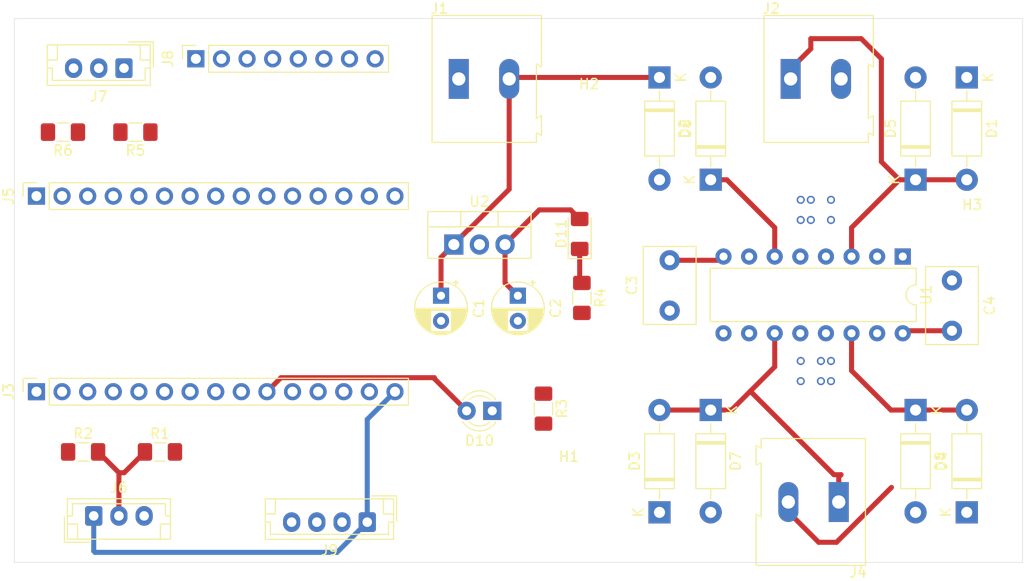
<source format=kicad_pcb>
(kicad_pcb (version 20171130) (host pcbnew "(5.1.2)-1")

  (general
    (thickness 1.6)
    (drawings 4)
    (tracks 78)
    (zones 0)
    (modules 34)
    (nets 43)
  )

  (page A4)
  (layers
    (0 F.Cu signal)
    (31 B.Cu signal)
    (32 B.Adhes user)
    (33 F.Adhes user)
    (34 B.Paste user)
    (35 F.Paste user)
    (36 B.SilkS user)
    (37 F.SilkS user)
    (38 B.Mask user)
    (39 F.Mask user)
    (40 Dwgs.User user)
    (41 Cmts.User user)
    (42 Eco1.User user)
    (43 Eco2.User user)
    (44 Edge.Cuts user)
    (45 Margin user)
    (46 B.CrtYd user)
    (47 F.CrtYd user)
    (48 B.Fab user)
    (49 F.Fab user)
  )

  (setup
    (last_trace_width 0.5)
    (user_trace_width 0.5)
    (trace_clearance 0.2)
    (zone_clearance 0.508)
    (zone_45_only no)
    (trace_min 0.25)
    (via_size 0.8)
    (via_drill 0.5)
    (via_min_size 0.4)
    (via_min_drill 0.3)
    (uvia_size 0.3)
    (uvia_drill 0.1)
    (uvias_allowed no)
    (uvia_min_size 0.2)
    (uvia_min_drill 0.1)
    (edge_width 0.05)
    (segment_width 0.2)
    (pcb_text_width 0.3)
    (pcb_text_size 1.5 1.5)
    (mod_edge_width 0.12)
    (mod_text_size 1 1)
    (mod_text_width 0.15)
    (pad_size 1.524 1.524)
    (pad_drill 0.762)
    (pad_to_mask_clearance 0.051)
    (solder_mask_min_width 0.25)
    (aux_axis_origin 0 0)
    (visible_elements 7FFFFFFF)
    (pcbplotparams
      (layerselection 0x010fc_ffffffff)
      (usegerberextensions false)
      (usegerberattributes false)
      (usegerberadvancedattributes false)
      (creategerberjobfile false)
      (excludeedgelayer true)
      (linewidth 0.100000)
      (plotframeref false)
      (viasonmask false)
      (mode 1)
      (useauxorigin false)
      (hpglpennumber 1)
      (hpglpenspeed 20)
      (hpglpendiameter 15.000000)
      (psnegative false)
      (psa4output false)
      (plotreference true)
      (plotvalue true)
      (plotinvisibletext false)
      (padsonsilk false)
      (subtractmaskfromsilk false)
      (outputformat 1)
      (mirror false)
      (drillshape 1)
      (scaleselection 1)
      (outputdirectory ""))
  )

  (net 0 "")
  (net 1 GND)
  (net 2 +5V)
  (net 3 +12V)
  (net 4 "Net-(D1-Pad2)")
  (net 5 "Net-(D3-Pad2)")
  (net 6 LED_STATUS)
  (net 7 "Net-(D10-Pad1)")
  (net 8 "Net-(D11-Pad1)")
  (net 9 4A)
  (net 10 2A)
  (net 11 3,4EN)
  (net 12 3A)
  (net 13 1,2EN)
  (net 14 1A)
  (net 15 "Net-(J6-Pad2)")
  (net 16 "Net-(J7-Pad2)")
  (net 17 LHALL_IN)
  (net 18 RHALL_IN)
  (net 19 "Net-(D2-Pad2)")
  (net 20 "Net-(D4-Pad2)")
  (net 21 "Net-(J3-Pad11)")
  (net 22 "Net-(J3-Pad5)")
  (net 23 "Net-(J3-Pad4)")
  (net 24 "Net-(J3-Pad1)")
  (net 25 +3V3)
  (net 26 "Net-(J5-Pad13)")
  (net 27 "Net-(J5-Pad12)")
  (net 28 UT_TRIG)
  (net 29 "Net-(J5-Pad10)")
  (net 30 "Net-(J5-Pad9)")
  (net 31 "Net-(J5-Pad8)")
  (net 32 "Net-(J5-Pad7)")
  (net 33 "Net-(J5-Pad6)")
  (net 34 IMU_SDA)
  (net 35 "Net-(J5-Pad4)")
  (net 36 "Net-(J5-Pad3)")
  (net 37 IMU_SCL)
  (net 38 UT_ECHO)
  (net 39 "Net-(J8-Pad8)")
  (net 40 "Net-(J8-Pad7)")
  (net 41 "Net-(J8-Pad6)")
  (net 42 "Net-(J8-Pad5)")

  (net_class Default "This is the default net class."
    (clearance 0.2)
    (trace_width 0.25)
    (via_dia 0.8)
    (via_drill 0.5)
    (uvia_dia 0.3)
    (uvia_drill 0.1)
    (diff_pair_width 0.25)
    (diff_pair_gap 0.25)
    (add_net +12V)
    (add_net +3V3)
    (add_net +5V)
    (add_net 1,2EN)
    (add_net 1A)
    (add_net 2A)
    (add_net 3,4EN)
    (add_net 3A)
    (add_net 4A)
    (add_net GND)
    (add_net IMU_SCL)
    (add_net IMU_SDA)
    (add_net LED_STATUS)
    (add_net LHALL_IN)
    (add_net "Net-(D1-Pad2)")
    (add_net "Net-(D10-Pad1)")
    (add_net "Net-(D11-Pad1)")
    (add_net "Net-(D2-Pad2)")
    (add_net "Net-(D3-Pad2)")
    (add_net "Net-(D4-Pad2)")
    (add_net "Net-(J3-Pad1)")
    (add_net "Net-(J3-Pad11)")
    (add_net "Net-(J3-Pad4)")
    (add_net "Net-(J3-Pad5)")
    (add_net "Net-(J5-Pad10)")
    (add_net "Net-(J5-Pad12)")
    (add_net "Net-(J5-Pad13)")
    (add_net "Net-(J5-Pad3)")
    (add_net "Net-(J5-Pad4)")
    (add_net "Net-(J5-Pad6)")
    (add_net "Net-(J5-Pad7)")
    (add_net "Net-(J5-Pad8)")
    (add_net "Net-(J5-Pad9)")
    (add_net "Net-(J6-Pad2)")
    (add_net "Net-(J7-Pad2)")
    (add_net "Net-(J8-Pad5)")
    (add_net "Net-(J8-Pad6)")
    (add_net "Net-(J8-Pad7)")
    (add_net "Net-(J8-Pad8)")
    (add_net RHALL_IN)
    (add_net UT_ECHO)
    (add_net UT_TRIG)
  )

  (module Package_TO_SOT_THT:TO-220-3_Vertical (layer F.Cu) (tedit 5AC8BA0D) (tstamp 6633F936)
    (at 179.59 89.44)
    (descr "TO-220-3, Vertical, RM 2.54mm, see https://www.vishay.com/docs/66542/to-220-1.pdf")
    (tags "TO-220-3 Vertical RM 2.54mm")
    (path /661C7417)
    (fp_text reference U2 (at 2.54 -4.27) (layer F.SilkS)
      (effects (font (size 1 1) (thickness 0.15)))
    )
    (fp_text value L7805 (at 2.54 2.5) (layer F.Fab)
      (effects (font (size 1 1) (thickness 0.15)))
    )
    (fp_text user %R (at 2.54 -4.27) (layer F.Fab)
      (effects (font (size 1 1) (thickness 0.15)))
    )
    (fp_line (start 7.79 -3.4) (end -2.71 -3.4) (layer F.CrtYd) (width 0.05))
    (fp_line (start 7.79 1.51) (end 7.79 -3.4) (layer F.CrtYd) (width 0.05))
    (fp_line (start -2.71 1.51) (end 7.79 1.51) (layer F.CrtYd) (width 0.05))
    (fp_line (start -2.71 -3.4) (end -2.71 1.51) (layer F.CrtYd) (width 0.05))
    (fp_line (start 4.391 -3.27) (end 4.391 -1.76) (layer F.SilkS) (width 0.12))
    (fp_line (start 0.69 -3.27) (end 0.69 -1.76) (layer F.SilkS) (width 0.12))
    (fp_line (start -2.58 -1.76) (end 7.66 -1.76) (layer F.SilkS) (width 0.12))
    (fp_line (start 7.66 -3.27) (end 7.66 1.371) (layer F.SilkS) (width 0.12))
    (fp_line (start -2.58 -3.27) (end -2.58 1.371) (layer F.SilkS) (width 0.12))
    (fp_line (start -2.58 1.371) (end 7.66 1.371) (layer F.SilkS) (width 0.12))
    (fp_line (start -2.58 -3.27) (end 7.66 -3.27) (layer F.SilkS) (width 0.12))
    (fp_line (start 4.39 -3.15) (end 4.39 -1.88) (layer F.Fab) (width 0.1))
    (fp_line (start 0.69 -3.15) (end 0.69 -1.88) (layer F.Fab) (width 0.1))
    (fp_line (start -2.46 -1.88) (end 7.54 -1.88) (layer F.Fab) (width 0.1))
    (fp_line (start 7.54 -3.15) (end -2.46 -3.15) (layer F.Fab) (width 0.1))
    (fp_line (start 7.54 1.25) (end 7.54 -3.15) (layer F.Fab) (width 0.1))
    (fp_line (start -2.46 1.25) (end 7.54 1.25) (layer F.Fab) (width 0.1))
    (fp_line (start -2.46 -3.15) (end -2.46 1.25) (layer F.Fab) (width 0.1))
    (pad 3 thru_hole oval (at 5.08 0) (size 1.905 2) (drill 1.1) (layers *.Cu *.Mask)
      (net 2 +5V))
    (pad 2 thru_hole oval (at 2.54 0) (size 1.905 2) (drill 1.1) (layers *.Cu *.Mask)
      (net 1 GND))
    (pad 1 thru_hole rect (at 0 0) (size 1.905 2) (drill 1.1) (layers *.Cu *.Mask)
      (net 3 +12V))
    (model ${KISYS3DMOD}/Package_TO_SOT_THT.3dshapes/TO-220-3_Vertical.wrl
      (at (xyz 0 0 0))
      (scale (xyz 1 1 1))
      (rotate (xyz 0 0 0))
    )
  )

  (module Package_DIP:DIP-16_W7.62mm (layer F.Cu) (tedit 5A02E8C5) (tstamp 6639791F)
    (at 224.12 90.63 270)
    (descr "16-lead though-hole mounted DIP package, row spacing 7.62 mm (300 mils)")
    (tags "THT DIP DIL PDIP 2.54mm 7.62mm 300mil")
    (path /661C2C64)
    (fp_text reference U1 (at 3.81 -2.33 90) (layer F.SilkS)
      (effects (font (size 1 1) (thickness 0.15)))
    )
    (fp_text value L293D (at 3.81 20.11 90) (layer F.Fab)
      (effects (font (size 1 1) (thickness 0.15)))
    )
    (fp_text user %R (at 3.81 8.89 90) (layer F.Fab)
      (effects (font (size 1 1) (thickness 0.15)))
    )
    (fp_line (start 8.7 -1.55) (end -1.1 -1.55) (layer F.CrtYd) (width 0.05))
    (fp_line (start 8.7 19.3) (end 8.7 -1.55) (layer F.CrtYd) (width 0.05))
    (fp_line (start -1.1 19.3) (end 8.7 19.3) (layer F.CrtYd) (width 0.05))
    (fp_line (start -1.1 -1.55) (end -1.1 19.3) (layer F.CrtYd) (width 0.05))
    (fp_line (start 6.46 -1.33) (end 4.81 -1.33) (layer F.SilkS) (width 0.12))
    (fp_line (start 6.46 19.11) (end 6.46 -1.33) (layer F.SilkS) (width 0.12))
    (fp_line (start 1.16 19.11) (end 6.46 19.11) (layer F.SilkS) (width 0.12))
    (fp_line (start 1.16 -1.33) (end 1.16 19.11) (layer F.SilkS) (width 0.12))
    (fp_line (start 2.81 -1.33) (end 1.16 -1.33) (layer F.SilkS) (width 0.12))
    (fp_line (start 0.635 -0.27) (end 1.635 -1.27) (layer F.Fab) (width 0.1))
    (fp_line (start 0.635 19.05) (end 0.635 -0.27) (layer F.Fab) (width 0.1))
    (fp_line (start 6.985 19.05) (end 0.635 19.05) (layer F.Fab) (width 0.1))
    (fp_line (start 6.985 -1.27) (end 6.985 19.05) (layer F.Fab) (width 0.1))
    (fp_line (start 1.635 -1.27) (end 6.985 -1.27) (layer F.Fab) (width 0.1))
    (fp_arc (start 3.81 -1.33) (end 2.81 -1.33) (angle -180) (layer F.SilkS) (width 0.12))
    (pad 16 thru_hole oval (at 7.62 0 270) (size 1.6 1.6) (drill 0.8) (layers *.Cu *.Mask)
      (net 2 +5V))
    (pad 8 thru_hole oval (at 0 17.78 270) (size 1.6 1.6) (drill 0.8) (layers *.Cu *.Mask)
      (net 3 +12V))
    (pad 15 thru_hole oval (at 7.62 2.54 270) (size 1.6 1.6) (drill 0.8) (layers *.Cu *.Mask)
      (net 9 4A))
    (pad 7 thru_hole oval (at 0 15.24 270) (size 1.6 1.6) (drill 0.8) (layers *.Cu *.Mask)
      (net 10 2A))
    (pad 14 thru_hole oval (at 7.62 5.08 270) (size 1.6 1.6) (drill 0.8) (layers *.Cu *.Mask)
      (net 20 "Net-(D4-Pad2)"))
    (pad 6 thru_hole oval (at 0 12.7 270) (size 1.6 1.6) (drill 0.8) (layers *.Cu *.Mask)
      (net 19 "Net-(D2-Pad2)"))
    (pad 13 thru_hole oval (at 7.62 7.62 270) (size 1.6 1.6) (drill 0.8) (layers *.Cu *.Mask)
      (net 1 GND))
    (pad 5 thru_hole oval (at 0 10.16 270) (size 1.6 1.6) (drill 0.8) (layers *.Cu *.Mask)
      (net 1 GND))
    (pad 12 thru_hole oval (at 7.62 10.16 270) (size 1.6 1.6) (drill 0.8) (layers *.Cu *.Mask)
      (net 1 GND))
    (pad 4 thru_hole oval (at 0 7.62 270) (size 1.6 1.6) (drill 0.8) (layers *.Cu *.Mask)
      (net 1 GND))
    (pad 11 thru_hole oval (at 7.62 12.7 270) (size 1.6 1.6) (drill 0.8) (layers *.Cu *.Mask)
      (net 5 "Net-(D3-Pad2)"))
    (pad 3 thru_hole oval (at 0 5.08 270) (size 1.6 1.6) (drill 0.8) (layers *.Cu *.Mask)
      (net 4 "Net-(D1-Pad2)"))
    (pad 10 thru_hole oval (at 7.62 15.24 270) (size 1.6 1.6) (drill 0.8) (layers *.Cu *.Mask)
      (net 12 3A))
    (pad 2 thru_hole oval (at 0 2.54 270) (size 1.6 1.6) (drill 0.8) (layers *.Cu *.Mask)
      (net 14 1A))
    (pad 9 thru_hole oval (at 7.62 17.78 270) (size 1.6 1.6) (drill 0.8) (layers *.Cu *.Mask)
      (net 11 3,4EN))
    (pad 1 thru_hole rect (at 0 0 270) (size 1.6 1.6) (drill 0.8) (layers *.Cu *.Mask)
      (net 13 1,2EN))
    (model ${KISYS3DMOD}/Package_DIP.3dshapes/DIP-16_W7.62mm.wrl
      (at (xyz 0 0 0))
      (scale (xyz 1 1 1))
      (rotate (xyz 0 0 0))
    )
  )

  (module Resistor_SMD:R_1206_3216Metric_Pad1.42x1.75mm_HandSolder (layer F.Cu) (tedit 5B301BBD) (tstamp 6639848F)
    (at 140.8175 78.28 180)
    (descr "Resistor SMD 1206 (3216 Metric), square (rectangular) end terminal, IPC_7351 nominal with elongated pad for handsoldering. (Body size source: http://www.tortai-tech.com/upload/download/2011102023233369053.pdf), generated with kicad-footprint-generator")
    (tags "resistor handsolder")
    (path /66246416)
    (attr smd)
    (fp_text reference R6 (at 0 -1.82) (layer F.SilkS)
      (effects (font (size 1 1) (thickness 0.15)))
    )
    (fp_text value 33k (at 0 1.82) (layer F.Fab)
      (effects (font (size 1 1) (thickness 0.15)))
    )
    (fp_text user %R (at 0 0) (layer F.Fab)
      (effects (font (size 0.8 0.8) (thickness 0.12)))
    )
    (fp_line (start 2.45 1.12) (end -2.45 1.12) (layer F.CrtYd) (width 0.05))
    (fp_line (start 2.45 -1.12) (end 2.45 1.12) (layer F.CrtYd) (width 0.05))
    (fp_line (start -2.45 -1.12) (end 2.45 -1.12) (layer F.CrtYd) (width 0.05))
    (fp_line (start -2.45 1.12) (end -2.45 -1.12) (layer F.CrtYd) (width 0.05))
    (fp_line (start -0.602064 0.91) (end 0.602064 0.91) (layer F.SilkS) (width 0.12))
    (fp_line (start -0.602064 -0.91) (end 0.602064 -0.91) (layer F.SilkS) (width 0.12))
    (fp_line (start 1.6 0.8) (end -1.6 0.8) (layer F.Fab) (width 0.1))
    (fp_line (start 1.6 -0.8) (end 1.6 0.8) (layer F.Fab) (width 0.1))
    (fp_line (start -1.6 -0.8) (end 1.6 -0.8) (layer F.Fab) (width 0.1))
    (fp_line (start -1.6 0.8) (end -1.6 -0.8) (layer F.Fab) (width 0.1))
    (pad 2 smd roundrect (at 1.4875 0 180) (size 1.425 1.75) (layers F.Cu F.Paste F.Mask) (roundrect_rratio 0.175439)
      (net 1 GND))
    (pad 1 smd roundrect (at -1.4875 0 180) (size 1.425 1.75) (layers F.Cu F.Paste F.Mask) (roundrect_rratio 0.175439)
      (net 16 "Net-(J7-Pad2)"))
    (model ${KISYS3DMOD}/Resistor_SMD.3dshapes/R_1206_3216Metric.wrl
      (at (xyz 0 0 0))
      (scale (xyz 1 1 1))
      (rotate (xyz 0 0 0))
    )
  )

  (module Resistor_SMD:R_1206_3216Metric_Pad1.42x1.75mm_HandSolder (layer F.Cu) (tedit 5B301BBD) (tstamp 663984BF)
    (at 148.0025 78.28 180)
    (descr "Resistor SMD 1206 (3216 Metric), square (rectangular) end terminal, IPC_7351 nominal with elongated pad for handsoldering. (Body size source: http://www.tortai-tech.com/upload/download/2011102023233369053.pdf), generated with kicad-footprint-generator")
    (tags "resistor handsolder")
    (path /6624641C)
    (attr smd)
    (fp_text reference R5 (at 0 -1.82) (layer F.SilkS)
      (effects (font (size 1 1) (thickness 0.15)))
    )
    (fp_text value 15k (at 0 1.82) (layer F.Fab)
      (effects (font (size 1 1) (thickness 0.15)))
    )
    (fp_text user %R (at 0 0) (layer F.Fab)
      (effects (font (size 0.8 0.8) (thickness 0.12)))
    )
    (fp_line (start 2.45 1.12) (end -2.45 1.12) (layer F.CrtYd) (width 0.05))
    (fp_line (start 2.45 -1.12) (end 2.45 1.12) (layer F.CrtYd) (width 0.05))
    (fp_line (start -2.45 -1.12) (end 2.45 -1.12) (layer F.CrtYd) (width 0.05))
    (fp_line (start -2.45 1.12) (end -2.45 -1.12) (layer F.CrtYd) (width 0.05))
    (fp_line (start -0.602064 0.91) (end 0.602064 0.91) (layer F.SilkS) (width 0.12))
    (fp_line (start -0.602064 -0.91) (end 0.602064 -0.91) (layer F.SilkS) (width 0.12))
    (fp_line (start 1.6 0.8) (end -1.6 0.8) (layer F.Fab) (width 0.1))
    (fp_line (start 1.6 -0.8) (end 1.6 0.8) (layer F.Fab) (width 0.1))
    (fp_line (start -1.6 -0.8) (end 1.6 -0.8) (layer F.Fab) (width 0.1))
    (fp_line (start -1.6 0.8) (end -1.6 -0.8) (layer F.Fab) (width 0.1))
    (pad 2 smd roundrect (at 1.4875 0 180) (size 1.425 1.75) (layers F.Cu F.Paste F.Mask) (roundrect_rratio 0.175439)
      (net 16 "Net-(J7-Pad2)"))
    (pad 1 smd roundrect (at -1.4875 0 180) (size 1.425 1.75) (layers F.Cu F.Paste F.Mask) (roundrect_rratio 0.175439)
      (net 18 RHALL_IN))
    (model ${KISYS3DMOD}/Resistor_SMD.3dshapes/R_1206_3216Metric.wrl
      (at (xyz 0 0 0))
      (scale (xyz 1 1 1))
      (rotate (xyz 0 0 0))
    )
  )

  (module Resistor_SMD:R_1206_3216Metric_Pad1.42x1.75mm_HandSolder (layer F.Cu) (tedit 5B301BBD) (tstamp 66345134)
    (at 192.29 94.7375 270)
    (descr "Resistor SMD 1206 (3216 Metric), square (rectangular) end terminal, IPC_7351 nominal with elongated pad for handsoldering. (Body size source: http://www.tortai-tech.com/upload/download/2011102023233369053.pdf), generated with kicad-footprint-generator")
    (tags "resistor handsolder")
    (path /66213AC9)
    (attr smd)
    (fp_text reference R4 (at 0 -1.82 90) (layer F.SilkS)
      (effects (font (size 1 1) (thickness 0.15)))
    )
    (fp_text value 150 (at 0 1.82 90) (layer F.Fab)
      (effects (font (size 1 1) (thickness 0.15)))
    )
    (fp_text user %R (at 0 0 90) (layer F.Fab)
      (effects (font (size 0.8 0.8) (thickness 0.12)))
    )
    (fp_line (start 2.45 1.12) (end -2.45 1.12) (layer F.CrtYd) (width 0.05))
    (fp_line (start 2.45 -1.12) (end 2.45 1.12) (layer F.CrtYd) (width 0.05))
    (fp_line (start -2.45 -1.12) (end 2.45 -1.12) (layer F.CrtYd) (width 0.05))
    (fp_line (start -2.45 1.12) (end -2.45 -1.12) (layer F.CrtYd) (width 0.05))
    (fp_line (start -0.602064 0.91) (end 0.602064 0.91) (layer F.SilkS) (width 0.12))
    (fp_line (start -0.602064 -0.91) (end 0.602064 -0.91) (layer F.SilkS) (width 0.12))
    (fp_line (start 1.6 0.8) (end -1.6 0.8) (layer F.Fab) (width 0.1))
    (fp_line (start 1.6 -0.8) (end 1.6 0.8) (layer F.Fab) (width 0.1))
    (fp_line (start -1.6 -0.8) (end 1.6 -0.8) (layer F.Fab) (width 0.1))
    (fp_line (start -1.6 0.8) (end -1.6 -0.8) (layer F.Fab) (width 0.1))
    (pad 2 smd roundrect (at 1.4875 0 270) (size 1.425 1.75) (layers F.Cu F.Paste F.Mask) (roundrect_rratio 0.175439)
      (net 1 GND))
    (pad 1 smd roundrect (at -1.4875 0 270) (size 1.425 1.75) (layers F.Cu F.Paste F.Mask) (roundrect_rratio 0.175439)
      (net 8 "Net-(D11-Pad1)"))
    (model ${KISYS3DMOD}/Resistor_SMD.3dshapes/R_1206_3216Metric.wrl
      (at (xyz 0 0 0))
      (scale (xyz 1 1 1))
      (rotate (xyz 0 0 0))
    )
  )

  (module Resistor_SMD:R_1206_3216Metric_Pad1.42x1.75mm_HandSolder (layer F.Cu) (tedit 5B301BBD) (tstamp 663452FA)
    (at 188.48 105.7325 270)
    (descr "Resistor SMD 1206 (3216 Metric), square (rectangular) end terminal, IPC_7351 nominal with elongated pad for handsoldering. (Body size source: http://www.tortai-tech.com/upload/download/2011102023233369053.pdf), generated with kicad-footprint-generator")
    (tags "resistor handsolder")
    (path /661D1761)
    (attr smd)
    (fp_text reference R3 (at 0 -1.82 90) (layer F.SilkS)
      (effects (font (size 1 1) (thickness 0.15)))
    )
    (fp_text value 150 (at 0 1.82 90) (layer F.Fab)
      (effects (font (size 1 1) (thickness 0.15)))
    )
    (fp_text user %R (at 0 0 90) (layer F.Fab)
      (effects (font (size 0.8 0.8) (thickness 0.12)))
    )
    (fp_line (start 2.45 1.12) (end -2.45 1.12) (layer F.CrtYd) (width 0.05))
    (fp_line (start 2.45 -1.12) (end 2.45 1.12) (layer F.CrtYd) (width 0.05))
    (fp_line (start -2.45 -1.12) (end 2.45 -1.12) (layer F.CrtYd) (width 0.05))
    (fp_line (start -2.45 1.12) (end -2.45 -1.12) (layer F.CrtYd) (width 0.05))
    (fp_line (start -0.602064 0.91) (end 0.602064 0.91) (layer F.SilkS) (width 0.12))
    (fp_line (start -0.602064 -0.91) (end 0.602064 -0.91) (layer F.SilkS) (width 0.12))
    (fp_line (start 1.6 0.8) (end -1.6 0.8) (layer F.Fab) (width 0.1))
    (fp_line (start 1.6 -0.8) (end 1.6 0.8) (layer F.Fab) (width 0.1))
    (fp_line (start -1.6 -0.8) (end 1.6 -0.8) (layer F.Fab) (width 0.1))
    (fp_line (start -1.6 0.8) (end -1.6 -0.8) (layer F.Fab) (width 0.1))
    (pad 2 smd roundrect (at 1.4875 0 270) (size 1.425 1.75) (layers F.Cu F.Paste F.Mask) (roundrect_rratio 0.175439)
      (net 7 "Net-(D10-Pad1)"))
    (pad 1 smd roundrect (at -1.4875 0 270) (size 1.425 1.75) (layers F.Cu F.Paste F.Mask) (roundrect_rratio 0.175439)
      (net 1 GND))
    (model ${KISYS3DMOD}/Resistor_SMD.3dshapes/R_1206_3216Metric.wrl
      (at (xyz 0 0 0))
      (scale (xyz 1 1 1))
      (rotate (xyz 0 0 0))
    )
  )

  (module Resistor_SMD:R_1206_3216Metric_Pad1.42x1.75mm_HandSolder (layer F.Cu) (tedit 5B301BBD) (tstamp 6639840E)
    (at 142.8175 110.03)
    (descr "Resistor SMD 1206 (3216 Metric), square (rectangular) end terminal, IPC_7351 nominal with elongated pad for handsoldering. (Body size source: http://www.tortai-tech.com/upload/download/2011102023233369053.pdf), generated with kicad-footprint-generator")
    (tags "resistor handsolder")
    (path /661DF878)
    (attr smd)
    (fp_text reference R2 (at 0 -1.82) (layer F.SilkS)
      (effects (font (size 1 1) (thickness 0.15)))
    )
    (fp_text value 15k (at 0 1.82) (layer F.Fab)
      (effects (font (size 1 1) (thickness 0.15)))
    )
    (fp_text user %R (at 0 0) (layer F.Fab)
      (effects (font (size 0.8 0.8) (thickness 0.12)))
    )
    (fp_line (start 2.45 1.12) (end -2.45 1.12) (layer F.CrtYd) (width 0.05))
    (fp_line (start 2.45 -1.12) (end 2.45 1.12) (layer F.CrtYd) (width 0.05))
    (fp_line (start -2.45 -1.12) (end 2.45 -1.12) (layer F.CrtYd) (width 0.05))
    (fp_line (start -2.45 1.12) (end -2.45 -1.12) (layer F.CrtYd) (width 0.05))
    (fp_line (start -0.602064 0.91) (end 0.602064 0.91) (layer F.SilkS) (width 0.12))
    (fp_line (start -0.602064 -0.91) (end 0.602064 -0.91) (layer F.SilkS) (width 0.12))
    (fp_line (start 1.6 0.8) (end -1.6 0.8) (layer F.Fab) (width 0.1))
    (fp_line (start 1.6 -0.8) (end 1.6 0.8) (layer F.Fab) (width 0.1))
    (fp_line (start -1.6 -0.8) (end 1.6 -0.8) (layer F.Fab) (width 0.1))
    (fp_line (start -1.6 0.8) (end -1.6 -0.8) (layer F.Fab) (width 0.1))
    (pad 2 smd roundrect (at 1.4875 0) (size 1.425 1.75) (layers F.Cu F.Paste F.Mask) (roundrect_rratio 0.175439)
      (net 15 "Net-(J6-Pad2)"))
    (pad 1 smd roundrect (at -1.4875 0) (size 1.425 1.75) (layers F.Cu F.Paste F.Mask) (roundrect_rratio 0.175439)
      (net 17 LHALL_IN))
    (model ${KISYS3DMOD}/Resistor_SMD.3dshapes/R_1206_3216Metric.wrl
      (at (xyz 0 0 0))
      (scale (xyz 1 1 1))
      (rotate (xyz 0 0 0))
    )
  )

  (module Resistor_SMD:R_1206_3216Metric_Pad1.42x1.75mm_HandSolder (layer F.Cu) (tedit 5B301BBD) (tstamp 663983DE)
    (at 150.4375 110.03)
    (descr "Resistor SMD 1206 (3216 Metric), square (rectangular) end terminal, IPC_7351 nominal with elongated pad for handsoldering. (Body size source: http://www.tortai-tech.com/upload/download/2011102023233369053.pdf), generated with kicad-footprint-generator")
    (tags "resistor handsolder")
    (path /661DF12F)
    (attr smd)
    (fp_text reference R1 (at 0 -1.82) (layer F.SilkS)
      (effects (font (size 1 1) (thickness 0.15)))
    )
    (fp_text value 33k (at 0 1.82) (layer F.Fab)
      (effects (font (size 1 1) (thickness 0.15)))
    )
    (fp_text user %R (at 0 0) (layer F.Fab)
      (effects (font (size 0.8 0.8) (thickness 0.12)))
    )
    (fp_line (start 2.45 1.12) (end -2.45 1.12) (layer F.CrtYd) (width 0.05))
    (fp_line (start 2.45 -1.12) (end 2.45 1.12) (layer F.CrtYd) (width 0.05))
    (fp_line (start -2.45 -1.12) (end 2.45 -1.12) (layer F.CrtYd) (width 0.05))
    (fp_line (start -2.45 1.12) (end -2.45 -1.12) (layer F.CrtYd) (width 0.05))
    (fp_line (start -0.602064 0.91) (end 0.602064 0.91) (layer F.SilkS) (width 0.12))
    (fp_line (start -0.602064 -0.91) (end 0.602064 -0.91) (layer F.SilkS) (width 0.12))
    (fp_line (start 1.6 0.8) (end -1.6 0.8) (layer F.Fab) (width 0.1))
    (fp_line (start 1.6 -0.8) (end 1.6 0.8) (layer F.Fab) (width 0.1))
    (fp_line (start -1.6 -0.8) (end 1.6 -0.8) (layer F.Fab) (width 0.1))
    (fp_line (start -1.6 0.8) (end -1.6 -0.8) (layer F.Fab) (width 0.1))
    (pad 2 smd roundrect (at 1.4875 0) (size 1.425 1.75) (layers F.Cu F.Paste F.Mask) (roundrect_rratio 0.175439)
      (net 1 GND))
    (pad 1 smd roundrect (at -1.4875 0) (size 1.425 1.75) (layers F.Cu F.Paste F.Mask) (roundrect_rratio 0.175439)
      (net 15 "Net-(J6-Pad2)"))
    (model ${KISYS3DMOD}/Resistor_SMD.3dshapes/R_1206_3216Metric.wrl
      (at (xyz 0 0 0))
      (scale (xyz 1 1 1))
      (rotate (xyz 0 0 0))
    )
  )

  (module Connector_JST:JST_EH_B4B-EH-A_1x04_P2.50mm_Vertical (layer F.Cu) (tedit 5C28142C) (tstamp 6633F892)
    (at 171 117 180)
    (descr "JST EH series connector, B4B-EH-A (http://www.jst-mfg.com/product/pdf/eng/eEH.pdf), generated with kicad-footprint-generator")
    (tags "connector JST EH vertical")
    (path /6699FE23)
    (fp_text reference J9 (at 3.75 -2.8) (layer F.SilkS)
      (effects (font (size 1 1) (thickness 0.15)))
    )
    (fp_text value UT (at 3.75 3.4) (layer F.Fab)
      (effects (font (size 1 1) (thickness 0.15)))
    )
    (fp_text user %R (at 3.75 1.5) (layer F.Fab)
      (effects (font (size 1 1) (thickness 0.15)))
    )
    (fp_line (start -2.91 2.61) (end -0.41 2.61) (layer F.Fab) (width 0.1))
    (fp_line (start -2.91 0.11) (end -2.91 2.61) (layer F.Fab) (width 0.1))
    (fp_line (start -2.91 2.61) (end -0.41 2.61) (layer F.SilkS) (width 0.12))
    (fp_line (start -2.91 0.11) (end -2.91 2.61) (layer F.SilkS) (width 0.12))
    (fp_line (start 9.11 0.81) (end 9.11 2.31) (layer F.SilkS) (width 0.12))
    (fp_line (start 10.11 0.81) (end 9.11 0.81) (layer F.SilkS) (width 0.12))
    (fp_line (start -1.61 0.81) (end -1.61 2.31) (layer F.SilkS) (width 0.12))
    (fp_line (start -2.61 0.81) (end -1.61 0.81) (layer F.SilkS) (width 0.12))
    (fp_line (start 9.61 0) (end 10.11 0) (layer F.SilkS) (width 0.12))
    (fp_line (start 9.61 -1.21) (end 9.61 0) (layer F.SilkS) (width 0.12))
    (fp_line (start -2.11 -1.21) (end 9.61 -1.21) (layer F.SilkS) (width 0.12))
    (fp_line (start -2.11 0) (end -2.11 -1.21) (layer F.SilkS) (width 0.12))
    (fp_line (start -2.61 0) (end -2.11 0) (layer F.SilkS) (width 0.12))
    (fp_line (start 10.11 -1.71) (end -2.61 -1.71) (layer F.SilkS) (width 0.12))
    (fp_line (start 10.11 2.31) (end 10.11 -1.71) (layer F.SilkS) (width 0.12))
    (fp_line (start -2.61 2.31) (end 10.11 2.31) (layer F.SilkS) (width 0.12))
    (fp_line (start -2.61 -1.71) (end -2.61 2.31) (layer F.SilkS) (width 0.12))
    (fp_line (start 10.5 -2.1) (end -3 -2.1) (layer F.CrtYd) (width 0.05))
    (fp_line (start 10.5 2.7) (end 10.5 -2.1) (layer F.CrtYd) (width 0.05))
    (fp_line (start -3 2.7) (end 10.5 2.7) (layer F.CrtYd) (width 0.05))
    (fp_line (start -3 -2.1) (end -3 2.7) (layer F.CrtYd) (width 0.05))
    (fp_line (start 10 -1.6) (end -2.5 -1.6) (layer F.Fab) (width 0.1))
    (fp_line (start 10 2.2) (end 10 -1.6) (layer F.Fab) (width 0.1))
    (fp_line (start -2.5 2.2) (end 10 2.2) (layer F.Fab) (width 0.1))
    (fp_line (start -2.5 -1.6) (end -2.5 2.2) (layer F.Fab) (width 0.1))
    (pad 4 thru_hole oval (at 7.5 0 180) (size 1.7 1.95) (drill 0.95) (layers *.Cu *.Mask)
      (net 1 GND))
    (pad 3 thru_hole oval (at 5 0 180) (size 1.7 1.95) (drill 0.95) (layers *.Cu *.Mask)
      (net 38 UT_ECHO))
    (pad 2 thru_hole oval (at 2.5 0 180) (size 1.7 1.95) (drill 0.95) (layers *.Cu *.Mask)
      (net 28 UT_TRIG))
    (pad 1 thru_hole roundrect (at 0 0 180) (size 1.7 1.95) (drill 0.95) (layers *.Cu *.Mask) (roundrect_rratio 0.147059)
      (net 2 +5V))
    (model ${KISYS3DMOD}/Connector_JST.3dshapes/JST_EH_B4B-EH-A_1x04_P2.50mm_Vertical.wrl
      (at (xyz 0 0 0))
      (scale (xyz 1 1 1))
      (rotate (xyz 0 0 0))
    )
  )

  (module Connector_PinSocket_2.54mm:PinSocket_1x08_P2.54mm_Vertical (layer F.Cu) (tedit 5A19A420) (tstamp 66398449)
    (at 154 71 90)
    (descr "Through hole straight socket strip, 1x08, 2.54mm pitch, single row (from Kicad 4.0.7), script generated")
    (tags "Through hole socket strip THT 1x08 2.54mm single row")
    (path /66B062F4)
    (fp_text reference J8 (at 0 -2.77 90) (layer F.SilkS)
      (effects (font (size 1 1) (thickness 0.15)))
    )
    (fp_text value IMU (at 0 20.55 90) (layer F.Fab)
      (effects (font (size 1 1) (thickness 0.15)))
    )
    (fp_text user %R (at 0 8.89) (layer F.Fab)
      (effects (font (size 1 1) (thickness 0.15)))
    )
    (fp_line (start -1.8 19.55) (end -1.8 -1.8) (layer F.CrtYd) (width 0.05))
    (fp_line (start 1.75 19.55) (end -1.8 19.55) (layer F.CrtYd) (width 0.05))
    (fp_line (start 1.75 -1.8) (end 1.75 19.55) (layer F.CrtYd) (width 0.05))
    (fp_line (start -1.8 -1.8) (end 1.75 -1.8) (layer F.CrtYd) (width 0.05))
    (fp_line (start 0 -1.33) (end 1.33 -1.33) (layer F.SilkS) (width 0.12))
    (fp_line (start 1.33 -1.33) (end 1.33 0) (layer F.SilkS) (width 0.12))
    (fp_line (start 1.33 1.27) (end 1.33 19.11) (layer F.SilkS) (width 0.12))
    (fp_line (start -1.33 19.11) (end 1.33 19.11) (layer F.SilkS) (width 0.12))
    (fp_line (start -1.33 1.27) (end -1.33 19.11) (layer F.SilkS) (width 0.12))
    (fp_line (start -1.33 1.27) (end 1.33 1.27) (layer F.SilkS) (width 0.12))
    (fp_line (start -1.27 19.05) (end -1.27 -1.27) (layer F.Fab) (width 0.1))
    (fp_line (start 1.27 19.05) (end -1.27 19.05) (layer F.Fab) (width 0.1))
    (fp_line (start 1.27 -0.635) (end 1.27 19.05) (layer F.Fab) (width 0.1))
    (fp_line (start 0.635 -1.27) (end 1.27 -0.635) (layer F.Fab) (width 0.1))
    (fp_line (start -1.27 -1.27) (end 0.635 -1.27) (layer F.Fab) (width 0.1))
    (pad 8 thru_hole oval (at 0 17.78 90) (size 1.7 1.7) (drill 1) (layers *.Cu *.Mask)
      (net 39 "Net-(J8-Pad8)"))
    (pad 7 thru_hole oval (at 0 15.24 90) (size 1.7 1.7) (drill 1) (layers *.Cu *.Mask)
      (net 40 "Net-(J8-Pad7)"))
    (pad 6 thru_hole oval (at 0 12.7 90) (size 1.7 1.7) (drill 1) (layers *.Cu *.Mask)
      (net 41 "Net-(J8-Pad6)"))
    (pad 5 thru_hole oval (at 0 10.16 90) (size 1.7 1.7) (drill 1) (layers *.Cu *.Mask)
      (net 42 "Net-(J8-Pad5)"))
    (pad 4 thru_hole oval (at 0 7.62 90) (size 1.7 1.7) (drill 1) (layers *.Cu *.Mask)
      (net 34 IMU_SDA))
    (pad 3 thru_hole oval (at 0 5.08 90) (size 1.7 1.7) (drill 1) (layers *.Cu *.Mask)
      (net 37 IMU_SCL))
    (pad 2 thru_hole oval (at 0 2.54 90) (size 1.7 1.7) (drill 1) (layers *.Cu *.Mask)
      (net 1 GND))
    (pad 1 thru_hole rect (at 0 0 90) (size 1.7 1.7) (drill 1) (layers *.Cu *.Mask)
      (net 2 +5V))
    (model ${KISYS3DMOD}/Connector_PinSocket_2.54mm.3dshapes/PinSocket_1x08_P2.54mm_Vertical.wrl
      (at (xyz 0 0 0))
      (scale (xyz 1 1 1))
      (rotate (xyz 0 0 0))
    )
  )

  (module Connector_JST:JST_EH_B3B-EH-A_1x03_P2.50mm_Vertical (layer F.Cu) (tedit 5C28142C) (tstamp 6639838E)
    (at 146.87 71.93 180)
    (descr "JST EH series connector, B3B-EH-A (http://www.jst-mfg.com/product/pdf/eng/eEH.pdf), generated with kicad-footprint-generator")
    (tags "connector JST EH vertical")
    (path /66246438)
    (fp_text reference J7 (at 2.5 -2.8) (layer F.SilkS)
      (effects (font (size 1 1) (thickness 0.15)))
    )
    (fp_text value RHALL (at 2.5 3.4) (layer F.Fab)
      (effects (font (size 1 1) (thickness 0.15)))
    )
    (fp_text user %R (at 2.5 1.5) (layer F.Fab)
      (effects (font (size 1 1) (thickness 0.15)))
    )
    (fp_line (start -2.91 2.61) (end -0.41 2.61) (layer F.Fab) (width 0.1))
    (fp_line (start -2.91 0.11) (end -2.91 2.61) (layer F.Fab) (width 0.1))
    (fp_line (start -2.91 2.61) (end -0.41 2.61) (layer F.SilkS) (width 0.12))
    (fp_line (start -2.91 0.11) (end -2.91 2.61) (layer F.SilkS) (width 0.12))
    (fp_line (start 6.61 0.81) (end 6.61 2.31) (layer F.SilkS) (width 0.12))
    (fp_line (start 7.61 0.81) (end 6.61 0.81) (layer F.SilkS) (width 0.12))
    (fp_line (start -1.61 0.81) (end -1.61 2.31) (layer F.SilkS) (width 0.12))
    (fp_line (start -2.61 0.81) (end -1.61 0.81) (layer F.SilkS) (width 0.12))
    (fp_line (start 7.11 0) (end 7.61 0) (layer F.SilkS) (width 0.12))
    (fp_line (start 7.11 -1.21) (end 7.11 0) (layer F.SilkS) (width 0.12))
    (fp_line (start -2.11 -1.21) (end 7.11 -1.21) (layer F.SilkS) (width 0.12))
    (fp_line (start -2.11 0) (end -2.11 -1.21) (layer F.SilkS) (width 0.12))
    (fp_line (start -2.61 0) (end -2.11 0) (layer F.SilkS) (width 0.12))
    (fp_line (start 7.61 -1.71) (end -2.61 -1.71) (layer F.SilkS) (width 0.12))
    (fp_line (start 7.61 2.31) (end 7.61 -1.71) (layer F.SilkS) (width 0.12))
    (fp_line (start -2.61 2.31) (end 7.61 2.31) (layer F.SilkS) (width 0.12))
    (fp_line (start -2.61 -1.71) (end -2.61 2.31) (layer F.SilkS) (width 0.12))
    (fp_line (start 8 -2.1) (end -3 -2.1) (layer F.CrtYd) (width 0.05))
    (fp_line (start 8 2.7) (end 8 -2.1) (layer F.CrtYd) (width 0.05))
    (fp_line (start -3 2.7) (end 8 2.7) (layer F.CrtYd) (width 0.05))
    (fp_line (start -3 -2.1) (end -3 2.7) (layer F.CrtYd) (width 0.05))
    (fp_line (start 7.5 -1.6) (end -2.5 -1.6) (layer F.Fab) (width 0.1))
    (fp_line (start 7.5 2.2) (end 7.5 -1.6) (layer F.Fab) (width 0.1))
    (fp_line (start -2.5 2.2) (end 7.5 2.2) (layer F.Fab) (width 0.1))
    (fp_line (start -2.5 -1.6) (end -2.5 2.2) (layer F.Fab) (width 0.1))
    (pad 3 thru_hole oval (at 5 0 180) (size 1.7 1.95) (drill 0.95) (layers *.Cu *.Mask)
      (net 1 GND))
    (pad 2 thru_hole oval (at 2.5 0 180) (size 1.7 1.95) (drill 0.95) (layers *.Cu *.Mask)
      (net 16 "Net-(J7-Pad2)"))
    (pad 1 thru_hole roundrect (at 0 0 180) (size 1.7 1.95) (drill 0.95) (layers *.Cu *.Mask) (roundrect_rratio 0.147059)
      (net 2 +5V))
    (model ${KISYS3DMOD}/Connector_JST.3dshapes/JST_EH_B3B-EH-A_1x03_P2.50mm_Vertical.wrl
      (at (xyz 0 0 0))
      (scale (xyz 1 1 1))
      (rotate (xyz 0 0 0))
    )
  )

  (module Connector_JST:JST_EH_B3B-EH-A_1x03_P2.50mm_Vertical (layer F.Cu) (tedit 5C28142C) (tstamp 6639832E)
    (at 143.87 116.38)
    (descr "JST EH series connector, B3B-EH-A (http://www.jst-mfg.com/product/pdf/eng/eEH.pdf), generated with kicad-footprint-generator")
    (tags "connector JST EH vertical")
    (path /6622413A)
    (fp_text reference J6 (at 2.5 -2.8) (layer F.SilkS)
      (effects (font (size 1 1) (thickness 0.15)))
    )
    (fp_text value LHALL (at 2.5 3.4) (layer F.Fab)
      (effects (font (size 1 1) (thickness 0.15)))
    )
    (fp_text user %R (at 2.5 1.5) (layer F.Fab)
      (effects (font (size 1 1) (thickness 0.15)))
    )
    (fp_line (start -2.91 2.61) (end -0.41 2.61) (layer F.Fab) (width 0.1))
    (fp_line (start -2.91 0.11) (end -2.91 2.61) (layer F.Fab) (width 0.1))
    (fp_line (start -2.91 2.61) (end -0.41 2.61) (layer F.SilkS) (width 0.12))
    (fp_line (start -2.91 0.11) (end -2.91 2.61) (layer F.SilkS) (width 0.12))
    (fp_line (start 6.61 0.81) (end 6.61 2.31) (layer F.SilkS) (width 0.12))
    (fp_line (start 7.61 0.81) (end 6.61 0.81) (layer F.SilkS) (width 0.12))
    (fp_line (start -1.61 0.81) (end -1.61 2.31) (layer F.SilkS) (width 0.12))
    (fp_line (start -2.61 0.81) (end -1.61 0.81) (layer F.SilkS) (width 0.12))
    (fp_line (start 7.11 0) (end 7.61 0) (layer F.SilkS) (width 0.12))
    (fp_line (start 7.11 -1.21) (end 7.11 0) (layer F.SilkS) (width 0.12))
    (fp_line (start -2.11 -1.21) (end 7.11 -1.21) (layer F.SilkS) (width 0.12))
    (fp_line (start -2.11 0) (end -2.11 -1.21) (layer F.SilkS) (width 0.12))
    (fp_line (start -2.61 0) (end -2.11 0) (layer F.SilkS) (width 0.12))
    (fp_line (start 7.61 -1.71) (end -2.61 -1.71) (layer F.SilkS) (width 0.12))
    (fp_line (start 7.61 2.31) (end 7.61 -1.71) (layer F.SilkS) (width 0.12))
    (fp_line (start -2.61 2.31) (end 7.61 2.31) (layer F.SilkS) (width 0.12))
    (fp_line (start -2.61 -1.71) (end -2.61 2.31) (layer F.SilkS) (width 0.12))
    (fp_line (start 8 -2.1) (end -3 -2.1) (layer F.CrtYd) (width 0.05))
    (fp_line (start 8 2.7) (end 8 -2.1) (layer F.CrtYd) (width 0.05))
    (fp_line (start -3 2.7) (end 8 2.7) (layer F.CrtYd) (width 0.05))
    (fp_line (start -3 -2.1) (end -3 2.7) (layer F.CrtYd) (width 0.05))
    (fp_line (start 7.5 -1.6) (end -2.5 -1.6) (layer F.Fab) (width 0.1))
    (fp_line (start 7.5 2.2) (end 7.5 -1.6) (layer F.Fab) (width 0.1))
    (fp_line (start -2.5 2.2) (end 7.5 2.2) (layer F.Fab) (width 0.1))
    (fp_line (start -2.5 -1.6) (end -2.5 2.2) (layer F.Fab) (width 0.1))
    (pad 3 thru_hole oval (at 5 0) (size 1.7 1.95) (drill 0.95) (layers *.Cu *.Mask)
      (net 1 GND))
    (pad 2 thru_hole oval (at 2.5 0) (size 1.7 1.95) (drill 0.95) (layers *.Cu *.Mask)
      (net 15 "Net-(J6-Pad2)"))
    (pad 1 thru_hole roundrect (at 0 0) (size 1.7 1.95) (drill 0.95) (layers *.Cu *.Mask) (roundrect_rratio 0.147059)
      (net 2 +5V))
    (model ${KISYS3DMOD}/Connector_JST.3dshapes/JST_EH_B3B-EH-A_1x03_P2.50mm_Vertical.wrl
      (at (xyz 0 0 0))
      (scale (xyz 1 1 1))
      (rotate (xyz 0 0 0))
    )
  )

  (module Connector_PinSocket_2.54mm:PinSocket_1x15_P2.54mm_Vertical (layer F.Cu) (tedit 5A19A41D) (tstamp 663982CA)
    (at 138.19 84.63 90)
    (descr "Through hole straight socket strip, 1x15, 2.54mm pitch, single row (from Kicad 4.0.7), script generated")
    (tags "Through hole socket strip THT 1x15 2.54mm single row")
    (path /668ED08B)
    (fp_text reference J5 (at 0 -2.77 90) (layer F.SilkS)
      (effects (font (size 1 1) (thickness 0.15)))
    )
    (fp_text value MCU_ROW2 (at 0 38.33 90) (layer F.Fab)
      (effects (font (size 1 1) (thickness 0.15)))
    )
    (fp_text user %R (at 0 17.78) (layer F.Fab)
      (effects (font (size 1 1) (thickness 0.15)))
    )
    (fp_line (start -1.8 37.3) (end -1.8 -1.8) (layer F.CrtYd) (width 0.05))
    (fp_line (start 1.75 37.3) (end -1.8 37.3) (layer F.CrtYd) (width 0.05))
    (fp_line (start 1.75 -1.8) (end 1.75 37.3) (layer F.CrtYd) (width 0.05))
    (fp_line (start -1.8 -1.8) (end 1.75 -1.8) (layer F.CrtYd) (width 0.05))
    (fp_line (start 0 -1.33) (end 1.33 -1.33) (layer F.SilkS) (width 0.12))
    (fp_line (start 1.33 -1.33) (end 1.33 0) (layer F.SilkS) (width 0.12))
    (fp_line (start 1.33 1.27) (end 1.33 36.89) (layer F.SilkS) (width 0.12))
    (fp_line (start -1.33 36.89) (end 1.33 36.89) (layer F.SilkS) (width 0.12))
    (fp_line (start -1.33 1.27) (end -1.33 36.89) (layer F.SilkS) (width 0.12))
    (fp_line (start -1.33 1.27) (end 1.33 1.27) (layer F.SilkS) (width 0.12))
    (fp_line (start -1.27 36.83) (end -1.27 -1.27) (layer F.Fab) (width 0.1))
    (fp_line (start 1.27 36.83) (end -1.27 36.83) (layer F.Fab) (width 0.1))
    (fp_line (start 1.27 -0.635) (end 1.27 36.83) (layer F.Fab) (width 0.1))
    (fp_line (start 0.635 -1.27) (end 1.27 -0.635) (layer F.Fab) (width 0.1))
    (fp_line (start -1.27 -1.27) (end 0.635 -1.27) (layer F.Fab) (width 0.1))
    (pad 15 thru_hole oval (at 0 35.56 90) (size 1.7 1.7) (drill 1) (layers *.Cu *.Mask)
      (net 25 +3V3))
    (pad 14 thru_hole oval (at 0 33.02 90) (size 1.7 1.7) (drill 1) (layers *.Cu *.Mask)
      (net 1 GND))
    (pad 13 thru_hole oval (at 0 30.48 90) (size 1.7 1.7) (drill 1) (layers *.Cu *.Mask)
      (net 26 "Net-(J5-Pad13)"))
    (pad 12 thru_hole oval (at 0 27.94 90) (size 1.7 1.7) (drill 1) (layers *.Cu *.Mask)
      (net 27 "Net-(J5-Pad12)"))
    (pad 11 thru_hole oval (at 0 25.4 90) (size 1.7 1.7) (drill 1) (layers *.Cu *.Mask)
      (net 28 UT_TRIG))
    (pad 10 thru_hole oval (at 0 22.86 90) (size 1.7 1.7) (drill 1) (layers *.Cu *.Mask)
      (net 29 "Net-(J5-Pad10)"))
    (pad 9 thru_hole oval (at 0 20.32 90) (size 1.7 1.7) (drill 1) (layers *.Cu *.Mask)
      (net 30 "Net-(J5-Pad9)"))
    (pad 8 thru_hole oval (at 0 17.78 90) (size 1.7 1.7) (drill 1) (layers *.Cu *.Mask)
      (net 31 "Net-(J5-Pad8)"))
    (pad 7 thru_hole oval (at 0 15.24 90) (size 1.7 1.7) (drill 1) (layers *.Cu *.Mask)
      (net 32 "Net-(J5-Pad7)"))
    (pad 6 thru_hole oval (at 0 12.7 90) (size 1.7 1.7) (drill 1) (layers *.Cu *.Mask)
      (net 33 "Net-(J5-Pad6)"))
    (pad 5 thru_hole oval (at 0 10.16 90) (size 1.7 1.7) (drill 1) (layers *.Cu *.Mask)
      (net 34 IMU_SDA))
    (pad 4 thru_hole oval (at 0 7.62 90) (size 1.7 1.7) (drill 1) (layers *.Cu *.Mask)
      (net 35 "Net-(J5-Pad4)"))
    (pad 3 thru_hole oval (at 0 5.08 90) (size 1.7 1.7) (drill 1) (layers *.Cu *.Mask)
      (net 36 "Net-(J5-Pad3)"))
    (pad 2 thru_hole oval (at 0 2.54 90) (size 1.7 1.7) (drill 1) (layers *.Cu *.Mask)
      (net 37 IMU_SCL))
    (pad 1 thru_hole rect (at 0 0 90) (size 1.7 1.7) (drill 1) (layers *.Cu *.Mask)
      (net 38 UT_ECHO))
    (model ${KISYS3DMOD}/Connector_PinSocket_2.54mm.3dshapes/PinSocket_1x15_P2.54mm_Vertical.wrl
      (at (xyz 0 0 0))
      (scale (xyz 1 1 1))
      (rotate (xyz 0 0 0))
    )
  )

  (module TerminalBlock:TerminalBlock_Altech_AK300-2_P5.00mm (layer F.Cu) (tedit 59FF0306) (tstamp 66397830)
    (at 217.77 115 180)
    (descr "Altech AK300 terminal block, pitch 5.0mm, 45 degree angled, see http://www.mouser.com/ds/2/16/PCBMETRC-24178.pdf")
    (tags "Altech AK300 terminal block pitch 5.0mm")
    (path /66876872)
    (fp_text reference J4 (at -1.92 -6.99) (layer F.SilkS)
      (effects (font (size 1 1) (thickness 0.15)))
    )
    (fp_text value LMOTOR_OUT (at 2.78 7.75) (layer F.Fab)
      (effects (font (size 1 1) (thickness 0.15)))
    )
    (fp_arc (start -1.13 -4.65) (end -1.42 -4.13) (angle 104.2) (layer F.Fab) (width 0.1))
    (fp_arc (start -0.01 -3.71) (end -1.62 -5) (angle 100) (layer F.Fab) (width 0.1))
    (fp_arc (start 0.06 -6.07) (end 1.53 -4.12) (angle 75.5) (layer F.Fab) (width 0.1))
    (fp_arc (start 1.03 -4.59) (end 1.53 -5.05) (angle 90.5) (layer F.Fab) (width 0.1))
    (fp_arc (start 3.87 -4.65) (end 3.58 -4.13) (angle 104.2) (layer F.Fab) (width 0.1))
    (fp_arc (start 4.99 -3.71) (end 3.39 -5) (angle 100) (layer F.Fab) (width 0.1))
    (fp_arc (start 5.07 -6.07) (end 6.53 -4.12) (angle 75.5) (layer F.Fab) (width 0.1))
    (fp_arc (start 6.03 -4.59) (end 6.54 -5.05) (angle 90.5) (layer F.Fab) (width 0.1))
    (fp_line (start 8.36 6.47) (end -2.83 6.47) (layer F.CrtYd) (width 0.05))
    (fp_line (start 8.36 6.47) (end 8.36 -6.47) (layer F.CrtYd) (width 0.05))
    (fp_line (start -2.83 -6.47) (end -2.83 6.47) (layer F.CrtYd) (width 0.05))
    (fp_line (start -2.83 -6.47) (end 8.36 -6.47) (layer F.CrtYd) (width 0.05))
    (fp_line (start 3.36 -0.25) (end 6.67 -0.25) (layer F.Fab) (width 0.1))
    (fp_line (start 2.98 -0.25) (end 3.36 -0.25) (layer F.Fab) (width 0.1))
    (fp_line (start 7.05 -0.25) (end 6.67 -0.25) (layer F.Fab) (width 0.1))
    (fp_line (start 6.67 -0.64) (end 3.36 -0.64) (layer F.Fab) (width 0.1))
    (fp_line (start 7.61 -0.64) (end 6.67 -0.64) (layer F.Fab) (width 0.1))
    (fp_line (start 1.66 -0.64) (end 3.36 -0.64) (layer F.Fab) (width 0.1))
    (fp_line (start -1.64 -0.64) (end 1.66 -0.64) (layer F.Fab) (width 0.1))
    (fp_line (start -2.58 -0.64) (end -1.64 -0.64) (layer F.Fab) (width 0.1))
    (fp_line (start 1.66 -0.25) (end -1.64 -0.25) (layer F.Fab) (width 0.1))
    (fp_line (start 2.04 -0.25) (end 1.66 -0.25) (layer F.Fab) (width 0.1))
    (fp_line (start -2.02 -0.25) (end -1.64 -0.25) (layer F.Fab) (width 0.1))
    (fp_line (start -1.49 -4.32) (end 1.56 -4.95) (layer F.Fab) (width 0.1))
    (fp_line (start -1.62 -4.45) (end 1.44 -5.08) (layer F.Fab) (width 0.1))
    (fp_line (start 3.52 -4.32) (end 6.56 -4.95) (layer F.Fab) (width 0.1))
    (fp_line (start 3.39 -4.45) (end 6.44 -5.08) (layer F.Fab) (width 0.1))
    (fp_line (start 2.04 -5.97) (end -2.02 -5.97) (layer F.Fab) (width 0.1))
    (fp_line (start -2.02 -3.43) (end -2.02 -5.97) (layer F.Fab) (width 0.1))
    (fp_line (start 2.04 -3.43) (end -2.02 -3.43) (layer F.Fab) (width 0.1))
    (fp_line (start 2.04 -3.43) (end 2.04 -5.97) (layer F.Fab) (width 0.1))
    (fp_line (start 7.05 -3.43) (end 2.98 -3.43) (layer F.Fab) (width 0.1))
    (fp_line (start 7.05 -5.97) (end 7.05 -3.43) (layer F.Fab) (width 0.1))
    (fp_line (start 2.98 -5.97) (end 7.05 -5.97) (layer F.Fab) (width 0.1))
    (fp_line (start 2.98 -3.43) (end 2.98 -5.97) (layer F.Fab) (width 0.1))
    (fp_line (start 7.61 -3.17) (end 7.61 -1.65) (layer F.Fab) (width 0.1))
    (fp_line (start -2.58 -3.17) (end -2.58 -6.22) (layer F.Fab) (width 0.1))
    (fp_line (start -2.58 -3.17) (end 7.61 -3.17) (layer F.Fab) (width 0.1))
    (fp_line (start 7.61 -0.64) (end 7.61 4.06) (layer F.Fab) (width 0.1))
    (fp_line (start 7.61 -1.65) (end 7.61 -0.64) (layer F.Fab) (width 0.1))
    (fp_line (start -2.58 -0.64) (end -2.58 -3.17) (layer F.Fab) (width 0.1))
    (fp_line (start -2.58 6.22) (end -2.58 -0.64) (layer F.Fab) (width 0.1))
    (fp_line (start 6.67 0.51) (end 6.28 0.51) (layer F.Fab) (width 0.1))
    (fp_line (start 3.36 0.51) (end 3.74 0.51) (layer F.Fab) (width 0.1))
    (fp_line (start 1.66 0.51) (end 1.28 0.51) (layer F.Fab) (width 0.1))
    (fp_line (start -1.64 0.51) (end -1.26 0.51) (layer F.Fab) (width 0.1))
    (fp_line (start -1.64 3.68) (end -1.64 0.51) (layer F.Fab) (width 0.1))
    (fp_line (start 1.66 3.68) (end -1.64 3.68) (layer F.Fab) (width 0.1))
    (fp_line (start 1.66 3.68) (end 1.66 0.51) (layer F.Fab) (width 0.1))
    (fp_line (start 3.36 3.68) (end 3.36 0.51) (layer F.Fab) (width 0.1))
    (fp_line (start 6.67 3.68) (end 3.36 3.68) (layer F.Fab) (width 0.1))
    (fp_line (start 6.67 3.68) (end 6.67 0.51) (layer F.Fab) (width 0.1))
    (fp_line (start -2.02 4.32) (end -2.02 6.22) (layer F.Fab) (width 0.1))
    (fp_line (start 2.04 4.32) (end 2.04 -0.25) (layer F.Fab) (width 0.1))
    (fp_line (start 2.04 4.32) (end -2.02 4.32) (layer F.Fab) (width 0.1))
    (fp_line (start 7.05 4.32) (end 7.05 6.22) (layer F.Fab) (width 0.1))
    (fp_line (start 2.98 4.32) (end 2.98 -0.25) (layer F.Fab) (width 0.1))
    (fp_line (start 2.98 4.32) (end 7.05 4.32) (layer F.Fab) (width 0.1))
    (fp_line (start -2.02 6.22) (end 2.04 6.22) (layer F.Fab) (width 0.1))
    (fp_line (start -2.58 6.22) (end -2.02 6.22) (layer F.Fab) (width 0.1))
    (fp_line (start -2.02 -0.25) (end -2.02 4.32) (layer F.Fab) (width 0.1))
    (fp_line (start 2.04 6.22) (end 2.98 6.22) (layer F.Fab) (width 0.1))
    (fp_line (start 2.04 6.22) (end 2.04 4.32) (layer F.Fab) (width 0.1))
    (fp_line (start 7.05 6.22) (end 7.61 6.22) (layer F.Fab) (width 0.1))
    (fp_line (start 2.98 6.22) (end 7.05 6.22) (layer F.Fab) (width 0.1))
    (fp_line (start 7.05 -0.25) (end 7.05 4.32) (layer F.Fab) (width 0.1))
    (fp_line (start 2.98 6.22) (end 2.98 4.32) (layer F.Fab) (width 0.1))
    (fp_line (start 8.11 3.81) (end 8.11 5.46) (layer F.Fab) (width 0.1))
    (fp_line (start 7.61 4.06) (end 7.61 5.21) (layer F.Fab) (width 0.1))
    (fp_line (start 8.11 3.81) (end 7.61 4.06) (layer F.Fab) (width 0.1))
    (fp_line (start 7.61 5.21) (end 7.61 6.22) (layer F.Fab) (width 0.1))
    (fp_line (start 8.11 5.46) (end 7.61 5.21) (layer F.Fab) (width 0.1))
    (fp_line (start 8.11 -1.4) (end 7.61 -1.65) (layer F.Fab) (width 0.1))
    (fp_line (start 8.11 -6.22) (end 8.11 -1.4) (layer F.Fab) (width 0.1))
    (fp_line (start 7.61 -6.22) (end 8.11 -6.22) (layer F.Fab) (width 0.1))
    (fp_line (start 7.61 -6.22) (end -2.58 -6.22) (layer F.Fab) (width 0.1))
    (fp_line (start 7.61 -6.22) (end 7.61 -3.17) (layer F.Fab) (width 0.1))
    (fp_line (start 3.74 2.54) (end 3.74 -0.25) (layer F.Fab) (width 0.1))
    (fp_line (start 3.74 -0.25) (end 6.28 -0.25) (layer F.Fab) (width 0.1))
    (fp_line (start 6.28 2.54) (end 6.28 -0.25) (layer F.Fab) (width 0.1))
    (fp_line (start 3.74 2.54) (end 6.28 2.54) (layer F.Fab) (width 0.1))
    (fp_line (start -1.26 2.54) (end -1.26 -0.25) (layer F.Fab) (width 0.1))
    (fp_line (start -1.26 -0.25) (end 1.28 -0.25) (layer F.Fab) (width 0.1))
    (fp_line (start 1.28 2.54) (end 1.28 -0.25) (layer F.Fab) (width 0.1))
    (fp_line (start -1.26 2.54) (end 1.28 2.54) (layer F.Fab) (width 0.1))
    (fp_line (start 8.2 -6.3) (end -2.65 -6.3) (layer F.SilkS) (width 0.12))
    (fp_line (start 8.2 -1.2) (end 8.2 -6.3) (layer F.SilkS) (width 0.12))
    (fp_line (start 7.7 -1.5) (end 8.2 -1.2) (layer F.SilkS) (width 0.12))
    (fp_line (start 7.7 3.9) (end 7.7 -1.5) (layer F.SilkS) (width 0.12))
    (fp_line (start 8.2 3.65) (end 7.7 3.9) (layer F.SilkS) (width 0.12))
    (fp_line (start 8.2 3.7) (end 8.2 3.65) (layer F.SilkS) (width 0.12))
    (fp_line (start 8.2 5.6) (end 8.2 3.7) (layer F.SilkS) (width 0.12))
    (fp_line (start 7.7 5.35) (end 8.2 5.6) (layer F.SilkS) (width 0.12))
    (fp_line (start 7.7 6.3) (end 7.7 5.35) (layer F.SilkS) (width 0.12))
    (fp_line (start -2.65 6.3) (end 7.7 6.3) (layer F.SilkS) (width 0.12))
    (fp_line (start -2.65 -6.3) (end -2.65 6.3) (layer F.SilkS) (width 0.12))
    (fp_text user %R (at 2.5 -2) (layer F.Fab)
      (effects (font (size 1 1) (thickness 0.15)))
    )
    (pad 2 thru_hole oval (at 5 0 180) (size 1.98 3.96) (drill 1.32) (layers *.Cu *.Mask)
      (net 20 "Net-(D4-Pad2)"))
    (pad 1 thru_hole rect (at 0 0 180) (size 1.98 3.96) (drill 1.32) (layers *.Cu *.Mask)
      (net 5 "Net-(D3-Pad2)"))
    (model ${KISYS3DMOD}/TerminalBlock.3dshapes/TerminalBlock_Altech_AK300-2_P5.00mm.wrl
      (at (xyz 0 0 0))
      (scale (xyz 1 1 1))
      (rotate (xyz 0 0 0))
    )
  )

  (module Connector_PinSocket_2.54mm:PinSocket_1x15_P2.54mm_Vertical (layer F.Cu) (tedit 5A19A41D) (tstamp 66398264)
    (at 138.19 104.049775 90)
    (descr "Through hole straight socket strip, 1x15, 2.54mm pitch, single row (from Kicad 4.0.7), script generated")
    (tags "Through hole socket strip THT 1x15 2.54mm single row")
    (path /6653A81B)
    (fp_text reference J3 (at 0 -2.77 90) (layer F.SilkS)
      (effects (font (size 1 1) (thickness 0.15)))
    )
    (fp_text value MCU_ROW1 (at 0 38.33 90) (layer F.Fab)
      (effects (font (size 1 1) (thickness 0.15)))
    )
    (fp_text user %R (at 0 17.78) (layer F.Fab)
      (effects (font (size 1 1) (thickness 0.15)))
    )
    (fp_line (start -1.8 37.3) (end -1.8 -1.8) (layer F.CrtYd) (width 0.05))
    (fp_line (start 1.75 37.3) (end -1.8 37.3) (layer F.CrtYd) (width 0.05))
    (fp_line (start 1.75 -1.8) (end 1.75 37.3) (layer F.CrtYd) (width 0.05))
    (fp_line (start -1.8 -1.8) (end 1.75 -1.8) (layer F.CrtYd) (width 0.05))
    (fp_line (start 0 -1.33) (end 1.33 -1.33) (layer F.SilkS) (width 0.12))
    (fp_line (start 1.33 -1.33) (end 1.33 0) (layer F.SilkS) (width 0.12))
    (fp_line (start 1.33 1.27) (end 1.33 36.89) (layer F.SilkS) (width 0.12))
    (fp_line (start -1.33 36.89) (end 1.33 36.89) (layer F.SilkS) (width 0.12))
    (fp_line (start -1.33 1.27) (end -1.33 36.89) (layer F.SilkS) (width 0.12))
    (fp_line (start -1.33 1.27) (end 1.33 1.27) (layer F.SilkS) (width 0.12))
    (fp_line (start -1.27 36.83) (end -1.27 -1.27) (layer F.Fab) (width 0.1))
    (fp_line (start 1.27 36.83) (end -1.27 36.83) (layer F.Fab) (width 0.1))
    (fp_line (start 1.27 -0.635) (end 1.27 36.83) (layer F.Fab) (width 0.1))
    (fp_line (start 0.635 -1.27) (end 1.27 -0.635) (layer F.Fab) (width 0.1))
    (fp_line (start -1.27 -1.27) (end 0.635 -1.27) (layer F.Fab) (width 0.1))
    (pad 15 thru_hole oval (at 0 35.56 90) (size 1.7 1.7) (drill 1) (layers *.Cu *.Mask)
      (net 2 +5V))
    (pad 14 thru_hole oval (at 0 33.02 90) (size 1.7 1.7) (drill 1) (layers *.Cu *.Mask)
      (net 1 GND))
    (pad 13 thru_hole oval (at 0 30.48 90) (size 1.7 1.7) (drill 1) (layers *.Cu *.Mask)
      (net 9 4A))
    (pad 12 thru_hole oval (at 0 27.94 90) (size 1.7 1.7) (drill 1) (layers *.Cu *.Mask)
      (net 10 2A))
    (pad 11 thru_hole oval (at 0 25.4 90) (size 1.7 1.7) (drill 1) (layers *.Cu *.Mask)
      (net 21 "Net-(J3-Pad11)"))
    (pad 10 thru_hole oval (at 0 22.86 90) (size 1.7 1.7) (drill 1) (layers *.Cu *.Mask)
      (net 6 LED_STATUS))
    (pad 9 thru_hole oval (at 0 20.32 90) (size 1.7 1.7) (drill 1) (layers *.Cu *.Mask)
      (net 11 3,4EN))
    (pad 8 thru_hole oval (at 0 17.78 90) (size 1.7 1.7) (drill 1) (layers *.Cu *.Mask)
      (net 12 3A))
    (pad 7 thru_hole oval (at 0 15.24 90) (size 1.7 1.7) (drill 1) (layers *.Cu *.Mask)
      (net 13 1,2EN))
    (pad 6 thru_hole oval (at 0 12.7 90) (size 1.7 1.7) (drill 1) (layers *.Cu *.Mask)
      (net 14 1A))
    (pad 5 thru_hole oval (at 0 10.16 90) (size 1.7 1.7) (drill 1) (layers *.Cu *.Mask)
      (net 22 "Net-(J3-Pad5)"))
    (pad 4 thru_hole oval (at 0 7.62 90) (size 1.7 1.7) (drill 1) (layers *.Cu *.Mask)
      (net 23 "Net-(J3-Pad4)"))
    (pad 3 thru_hole oval (at 0 5.08 90) (size 1.7 1.7) (drill 1) (layers *.Cu *.Mask)
      (net 17 LHALL_IN))
    (pad 2 thru_hole oval (at 0 2.54 90) (size 1.7 1.7) (drill 1) (layers *.Cu *.Mask)
      (net 18 RHALL_IN))
    (pad 1 thru_hole rect (at 0 0 90) (size 1.7 1.7) (drill 1) (layers *.Cu *.Mask)
      (net 24 "Net-(J3-Pad1)"))
    (model ${KISYS3DMOD}/Connector_PinSocket_2.54mm.3dshapes/PinSocket_1x15_P2.54mm_Vertical.wrl
      (at (xyz 0 0 0))
      (scale (xyz 1 1 1))
      (rotate (xyz 0 0 0))
    )
  )

  (module TerminalBlock:TerminalBlock_Altech_AK300-2_P5.00mm (layer F.Cu) (tedit 59FF0306) (tstamp 66398BD1)
    (at 213 73)
    (descr "Altech AK300 terminal block, pitch 5.0mm, 45 degree angled, see http://www.mouser.com/ds/2/16/PCBMETRC-24178.pdf")
    (tags "Altech AK300 terminal block pitch 5.0mm")
    (path /668530A8)
    (fp_text reference J2 (at -1.92 -6.99) (layer F.SilkS)
      (effects (font (size 1 1) (thickness 0.15)))
    )
    (fp_text value RMOTOR_OUT (at 2.78 7.75) (layer F.Fab)
      (effects (font (size 1 1) (thickness 0.15)))
    )
    (fp_arc (start -1.13 -4.65) (end -1.42 -4.13) (angle 104.2) (layer F.Fab) (width 0.1))
    (fp_arc (start -0.01 -3.71) (end -1.62 -5) (angle 100) (layer F.Fab) (width 0.1))
    (fp_arc (start 0.06 -6.07) (end 1.53 -4.12) (angle 75.5) (layer F.Fab) (width 0.1))
    (fp_arc (start 1.03 -4.59) (end 1.53 -5.05) (angle 90.5) (layer F.Fab) (width 0.1))
    (fp_arc (start 3.87 -4.65) (end 3.58 -4.13) (angle 104.2) (layer F.Fab) (width 0.1))
    (fp_arc (start 4.99 -3.71) (end 3.39 -5) (angle 100) (layer F.Fab) (width 0.1))
    (fp_arc (start 5.07 -6.07) (end 6.53 -4.12) (angle 75.5) (layer F.Fab) (width 0.1))
    (fp_arc (start 6.03 -4.59) (end 6.54 -5.05) (angle 90.5) (layer F.Fab) (width 0.1))
    (fp_line (start 8.36 6.47) (end -2.83 6.47) (layer F.CrtYd) (width 0.05))
    (fp_line (start 8.36 6.47) (end 8.36 -6.47) (layer F.CrtYd) (width 0.05))
    (fp_line (start -2.83 -6.47) (end -2.83 6.47) (layer F.CrtYd) (width 0.05))
    (fp_line (start -2.83 -6.47) (end 8.36 -6.47) (layer F.CrtYd) (width 0.05))
    (fp_line (start 3.36 -0.25) (end 6.67 -0.25) (layer F.Fab) (width 0.1))
    (fp_line (start 2.98 -0.25) (end 3.36 -0.25) (layer F.Fab) (width 0.1))
    (fp_line (start 7.05 -0.25) (end 6.67 -0.25) (layer F.Fab) (width 0.1))
    (fp_line (start 6.67 -0.64) (end 3.36 -0.64) (layer F.Fab) (width 0.1))
    (fp_line (start 7.61 -0.64) (end 6.67 -0.64) (layer F.Fab) (width 0.1))
    (fp_line (start 1.66 -0.64) (end 3.36 -0.64) (layer F.Fab) (width 0.1))
    (fp_line (start -1.64 -0.64) (end 1.66 -0.64) (layer F.Fab) (width 0.1))
    (fp_line (start -2.58 -0.64) (end -1.64 -0.64) (layer F.Fab) (width 0.1))
    (fp_line (start 1.66 -0.25) (end -1.64 -0.25) (layer F.Fab) (width 0.1))
    (fp_line (start 2.04 -0.25) (end 1.66 -0.25) (layer F.Fab) (width 0.1))
    (fp_line (start -2.02 -0.25) (end -1.64 -0.25) (layer F.Fab) (width 0.1))
    (fp_line (start -1.49 -4.32) (end 1.56 -4.95) (layer F.Fab) (width 0.1))
    (fp_line (start -1.62 -4.45) (end 1.44 -5.08) (layer F.Fab) (width 0.1))
    (fp_line (start 3.52 -4.32) (end 6.56 -4.95) (layer F.Fab) (width 0.1))
    (fp_line (start 3.39 -4.45) (end 6.44 -5.08) (layer F.Fab) (width 0.1))
    (fp_line (start 2.04 -5.97) (end -2.02 -5.97) (layer F.Fab) (width 0.1))
    (fp_line (start -2.02 -3.43) (end -2.02 -5.97) (layer F.Fab) (width 0.1))
    (fp_line (start 2.04 -3.43) (end -2.02 -3.43) (layer F.Fab) (width 0.1))
    (fp_line (start 2.04 -3.43) (end 2.04 -5.97) (layer F.Fab) (width 0.1))
    (fp_line (start 7.05 -3.43) (end 2.98 -3.43) (layer F.Fab) (width 0.1))
    (fp_line (start 7.05 -5.97) (end 7.05 -3.43) (layer F.Fab) (width 0.1))
    (fp_line (start 2.98 -5.97) (end 7.05 -5.97) (layer F.Fab) (width 0.1))
    (fp_line (start 2.98 -3.43) (end 2.98 -5.97) (layer F.Fab) (width 0.1))
    (fp_line (start 7.61 -3.17) (end 7.61 -1.65) (layer F.Fab) (width 0.1))
    (fp_line (start -2.58 -3.17) (end -2.58 -6.22) (layer F.Fab) (width 0.1))
    (fp_line (start -2.58 -3.17) (end 7.61 -3.17) (layer F.Fab) (width 0.1))
    (fp_line (start 7.61 -0.64) (end 7.61 4.06) (layer F.Fab) (width 0.1))
    (fp_line (start 7.61 -1.65) (end 7.61 -0.64) (layer F.Fab) (width 0.1))
    (fp_line (start -2.58 -0.64) (end -2.58 -3.17) (layer F.Fab) (width 0.1))
    (fp_line (start -2.58 6.22) (end -2.58 -0.64) (layer F.Fab) (width 0.1))
    (fp_line (start 6.67 0.51) (end 6.28 0.51) (layer F.Fab) (width 0.1))
    (fp_line (start 3.36 0.51) (end 3.74 0.51) (layer F.Fab) (width 0.1))
    (fp_line (start 1.66 0.51) (end 1.28 0.51) (layer F.Fab) (width 0.1))
    (fp_line (start -1.64 0.51) (end -1.26 0.51) (layer F.Fab) (width 0.1))
    (fp_line (start -1.64 3.68) (end -1.64 0.51) (layer F.Fab) (width 0.1))
    (fp_line (start 1.66 3.68) (end -1.64 3.68) (layer F.Fab) (width 0.1))
    (fp_line (start 1.66 3.68) (end 1.66 0.51) (layer F.Fab) (width 0.1))
    (fp_line (start 3.36 3.68) (end 3.36 0.51) (layer F.Fab) (width 0.1))
    (fp_line (start 6.67 3.68) (end 3.36 3.68) (layer F.Fab) (width 0.1))
    (fp_line (start 6.67 3.68) (end 6.67 0.51) (layer F.Fab) (width 0.1))
    (fp_line (start -2.02 4.32) (end -2.02 6.22) (layer F.Fab) (width 0.1))
    (fp_line (start 2.04 4.32) (end 2.04 -0.25) (layer F.Fab) (width 0.1))
    (fp_line (start 2.04 4.32) (end -2.02 4.32) (layer F.Fab) (width 0.1))
    (fp_line (start 7.05 4.32) (end 7.05 6.22) (layer F.Fab) (width 0.1))
    (fp_line (start 2.98 4.32) (end 2.98 -0.25) (layer F.Fab) (width 0.1))
    (fp_line (start 2.98 4.32) (end 7.05 4.32) (layer F.Fab) (width 0.1))
    (fp_line (start -2.02 6.22) (end 2.04 6.22) (layer F.Fab) (width 0.1))
    (fp_line (start -2.58 6.22) (end -2.02 6.22) (layer F.Fab) (width 0.1))
    (fp_line (start -2.02 -0.25) (end -2.02 4.32) (layer F.Fab) (width 0.1))
    (fp_line (start 2.04 6.22) (end 2.98 6.22) (layer F.Fab) (width 0.1))
    (fp_line (start 2.04 6.22) (end 2.04 4.32) (layer F.Fab) (width 0.1))
    (fp_line (start 7.05 6.22) (end 7.61 6.22) (layer F.Fab) (width 0.1))
    (fp_line (start 2.98 6.22) (end 7.05 6.22) (layer F.Fab) (width 0.1))
    (fp_line (start 7.05 -0.25) (end 7.05 4.32) (layer F.Fab) (width 0.1))
    (fp_line (start 2.98 6.22) (end 2.98 4.32) (layer F.Fab) (width 0.1))
    (fp_line (start 8.11 3.81) (end 8.11 5.46) (layer F.Fab) (width 0.1))
    (fp_line (start 7.61 4.06) (end 7.61 5.21) (layer F.Fab) (width 0.1))
    (fp_line (start 8.11 3.81) (end 7.61 4.06) (layer F.Fab) (width 0.1))
    (fp_line (start 7.61 5.21) (end 7.61 6.22) (layer F.Fab) (width 0.1))
    (fp_line (start 8.11 5.46) (end 7.61 5.21) (layer F.Fab) (width 0.1))
    (fp_line (start 8.11 -1.4) (end 7.61 -1.65) (layer F.Fab) (width 0.1))
    (fp_line (start 8.11 -6.22) (end 8.11 -1.4) (layer F.Fab) (width 0.1))
    (fp_line (start 7.61 -6.22) (end 8.11 -6.22) (layer F.Fab) (width 0.1))
    (fp_line (start 7.61 -6.22) (end -2.58 -6.22) (layer F.Fab) (width 0.1))
    (fp_line (start 7.61 -6.22) (end 7.61 -3.17) (layer F.Fab) (width 0.1))
    (fp_line (start 3.74 2.54) (end 3.74 -0.25) (layer F.Fab) (width 0.1))
    (fp_line (start 3.74 -0.25) (end 6.28 -0.25) (layer F.Fab) (width 0.1))
    (fp_line (start 6.28 2.54) (end 6.28 -0.25) (layer F.Fab) (width 0.1))
    (fp_line (start 3.74 2.54) (end 6.28 2.54) (layer F.Fab) (width 0.1))
    (fp_line (start -1.26 2.54) (end -1.26 -0.25) (layer F.Fab) (width 0.1))
    (fp_line (start -1.26 -0.25) (end 1.28 -0.25) (layer F.Fab) (width 0.1))
    (fp_line (start 1.28 2.54) (end 1.28 -0.25) (layer F.Fab) (width 0.1))
    (fp_line (start -1.26 2.54) (end 1.28 2.54) (layer F.Fab) (width 0.1))
    (fp_line (start 8.2 -6.3) (end -2.65 -6.3) (layer F.SilkS) (width 0.12))
    (fp_line (start 8.2 -1.2) (end 8.2 -6.3) (layer F.SilkS) (width 0.12))
    (fp_line (start 7.7 -1.5) (end 8.2 -1.2) (layer F.SilkS) (width 0.12))
    (fp_line (start 7.7 3.9) (end 7.7 -1.5) (layer F.SilkS) (width 0.12))
    (fp_line (start 8.2 3.65) (end 7.7 3.9) (layer F.SilkS) (width 0.12))
    (fp_line (start 8.2 3.7) (end 8.2 3.65) (layer F.SilkS) (width 0.12))
    (fp_line (start 8.2 5.6) (end 8.2 3.7) (layer F.SilkS) (width 0.12))
    (fp_line (start 7.7 5.35) (end 8.2 5.6) (layer F.SilkS) (width 0.12))
    (fp_line (start 7.7 6.3) (end 7.7 5.35) (layer F.SilkS) (width 0.12))
    (fp_line (start -2.65 6.3) (end 7.7 6.3) (layer F.SilkS) (width 0.12))
    (fp_line (start -2.65 -6.3) (end -2.65 6.3) (layer F.SilkS) (width 0.12))
    (fp_text user %R (at 2.5 -2) (layer F.Fab)
      (effects (font (size 1 1) (thickness 0.15)))
    )
    (pad 2 thru_hole oval (at 5 0) (size 1.98 3.96) (drill 1.32) (layers *.Cu *.Mask)
      (net 19 "Net-(D2-Pad2)"))
    (pad 1 thru_hole rect (at 0 0) (size 1.98 3.96) (drill 1.32) (layers *.Cu *.Mask)
      (net 4 "Net-(D1-Pad2)"))
    (model ${KISYS3DMOD}/TerminalBlock.3dshapes/TerminalBlock_Altech_AK300-2_P5.00mm.wrl
      (at (xyz 0 0 0))
      (scale (xyz 1 1 1))
      (rotate (xyz 0 0 0))
    )
  )

  (module TerminalBlock:TerminalBlock_Altech_AK300-2_P5.00mm (layer F.Cu) (tedit 59FF0306) (tstamp 6633F6FE)
    (at 180.080225 73)
    (descr "Altech AK300 terminal block, pitch 5.0mm, 45 degree angled, see http://www.mouser.com/ds/2/16/PCBMETRC-24178.pdf")
    (tags "Altech AK300 terminal block pitch 5.0mm")
    (path /661CE500)
    (fp_text reference J1 (at -1.92 -6.99) (layer F.SilkS)
      (effects (font (size 1 1) (thickness 0.15)))
    )
    (fp_text value POWER (at 2.78 7.75) (layer F.Fab)
      (effects (font (size 1 1) (thickness 0.15)))
    )
    (fp_arc (start -1.13 -4.65) (end -1.42 -4.13) (angle 104.2) (layer F.Fab) (width 0.1))
    (fp_arc (start -0.01 -3.71) (end -1.62 -5) (angle 100) (layer F.Fab) (width 0.1))
    (fp_arc (start 0.06 -6.07) (end 1.53 -4.12) (angle 75.5) (layer F.Fab) (width 0.1))
    (fp_arc (start 1.03 -4.59) (end 1.53 -5.05) (angle 90.5) (layer F.Fab) (width 0.1))
    (fp_arc (start 3.87 -4.65) (end 3.58 -4.13) (angle 104.2) (layer F.Fab) (width 0.1))
    (fp_arc (start 4.99 -3.71) (end 3.39 -5) (angle 100) (layer F.Fab) (width 0.1))
    (fp_arc (start 5.07 -6.07) (end 6.53 -4.12) (angle 75.5) (layer F.Fab) (width 0.1))
    (fp_arc (start 6.03 -4.59) (end 6.54 -5.05) (angle 90.5) (layer F.Fab) (width 0.1))
    (fp_line (start 8.36 6.47) (end -2.83 6.47) (layer F.CrtYd) (width 0.05))
    (fp_line (start 8.36 6.47) (end 8.36 -6.47) (layer F.CrtYd) (width 0.05))
    (fp_line (start -2.83 -6.47) (end -2.83 6.47) (layer F.CrtYd) (width 0.05))
    (fp_line (start -2.83 -6.47) (end 8.36 -6.47) (layer F.CrtYd) (width 0.05))
    (fp_line (start 3.36 -0.25) (end 6.67 -0.25) (layer F.Fab) (width 0.1))
    (fp_line (start 2.98 -0.25) (end 3.36 -0.25) (layer F.Fab) (width 0.1))
    (fp_line (start 7.05 -0.25) (end 6.67 -0.25) (layer F.Fab) (width 0.1))
    (fp_line (start 6.67 -0.64) (end 3.36 -0.64) (layer F.Fab) (width 0.1))
    (fp_line (start 7.61 -0.64) (end 6.67 -0.64) (layer F.Fab) (width 0.1))
    (fp_line (start 1.66 -0.64) (end 3.36 -0.64) (layer F.Fab) (width 0.1))
    (fp_line (start -1.64 -0.64) (end 1.66 -0.64) (layer F.Fab) (width 0.1))
    (fp_line (start -2.58 -0.64) (end -1.64 -0.64) (layer F.Fab) (width 0.1))
    (fp_line (start 1.66 -0.25) (end -1.64 -0.25) (layer F.Fab) (width 0.1))
    (fp_line (start 2.04 -0.25) (end 1.66 -0.25) (layer F.Fab) (width 0.1))
    (fp_line (start -2.02 -0.25) (end -1.64 -0.25) (layer F.Fab) (width 0.1))
    (fp_line (start -1.49 -4.32) (end 1.56 -4.95) (layer F.Fab) (width 0.1))
    (fp_line (start -1.62 -4.45) (end 1.44 -5.08) (layer F.Fab) (width 0.1))
    (fp_line (start 3.52 -4.32) (end 6.56 -4.95) (layer F.Fab) (width 0.1))
    (fp_line (start 3.39 -4.45) (end 6.44 -5.08) (layer F.Fab) (width 0.1))
    (fp_line (start 2.04 -5.97) (end -2.02 -5.97) (layer F.Fab) (width 0.1))
    (fp_line (start -2.02 -3.43) (end -2.02 -5.97) (layer F.Fab) (width 0.1))
    (fp_line (start 2.04 -3.43) (end -2.02 -3.43) (layer F.Fab) (width 0.1))
    (fp_line (start 2.04 -3.43) (end 2.04 -5.97) (layer F.Fab) (width 0.1))
    (fp_line (start 7.05 -3.43) (end 2.98 -3.43) (layer F.Fab) (width 0.1))
    (fp_line (start 7.05 -5.97) (end 7.05 -3.43) (layer F.Fab) (width 0.1))
    (fp_line (start 2.98 -5.97) (end 7.05 -5.97) (layer F.Fab) (width 0.1))
    (fp_line (start 2.98 -3.43) (end 2.98 -5.97) (layer F.Fab) (width 0.1))
    (fp_line (start 7.61 -3.17) (end 7.61 -1.65) (layer F.Fab) (width 0.1))
    (fp_line (start -2.58 -3.17) (end -2.58 -6.22) (layer F.Fab) (width 0.1))
    (fp_line (start -2.58 -3.17) (end 7.61 -3.17) (layer F.Fab) (width 0.1))
    (fp_line (start 7.61 -0.64) (end 7.61 4.06) (layer F.Fab) (width 0.1))
    (fp_line (start 7.61 -1.65) (end 7.61 -0.64) (layer F.Fab) (width 0.1))
    (fp_line (start -2.58 -0.64) (end -2.58 -3.17) (layer F.Fab) (width 0.1))
    (fp_line (start -2.58 6.22) (end -2.58 -0.64) (layer F.Fab) (width 0.1))
    (fp_line (start 6.67 0.51) (end 6.28 0.51) (layer F.Fab) (width 0.1))
    (fp_line (start 3.36 0.51) (end 3.74 0.51) (layer F.Fab) (width 0.1))
    (fp_line (start 1.66 0.51) (end 1.28 0.51) (layer F.Fab) (width 0.1))
    (fp_line (start -1.64 0.51) (end -1.26 0.51) (layer F.Fab) (width 0.1))
    (fp_line (start -1.64 3.68) (end -1.64 0.51) (layer F.Fab) (width 0.1))
    (fp_line (start 1.66 3.68) (end -1.64 3.68) (layer F.Fab) (width 0.1))
    (fp_line (start 1.66 3.68) (end 1.66 0.51) (layer F.Fab) (width 0.1))
    (fp_line (start 3.36 3.68) (end 3.36 0.51) (layer F.Fab) (width 0.1))
    (fp_line (start 6.67 3.68) (end 3.36 3.68) (layer F.Fab) (width 0.1))
    (fp_line (start 6.67 3.68) (end 6.67 0.51) (layer F.Fab) (width 0.1))
    (fp_line (start -2.02 4.32) (end -2.02 6.22) (layer F.Fab) (width 0.1))
    (fp_line (start 2.04 4.32) (end 2.04 -0.25) (layer F.Fab) (width 0.1))
    (fp_line (start 2.04 4.32) (end -2.02 4.32) (layer F.Fab) (width 0.1))
    (fp_line (start 7.05 4.32) (end 7.05 6.22) (layer F.Fab) (width 0.1))
    (fp_line (start 2.98 4.32) (end 2.98 -0.25) (layer F.Fab) (width 0.1))
    (fp_line (start 2.98 4.32) (end 7.05 4.32) (layer F.Fab) (width 0.1))
    (fp_line (start -2.02 6.22) (end 2.04 6.22) (layer F.Fab) (width 0.1))
    (fp_line (start -2.58 6.22) (end -2.02 6.22) (layer F.Fab) (width 0.1))
    (fp_line (start -2.02 -0.25) (end -2.02 4.32) (layer F.Fab) (width 0.1))
    (fp_line (start 2.04 6.22) (end 2.98 6.22) (layer F.Fab) (width 0.1))
    (fp_line (start 2.04 6.22) (end 2.04 4.32) (layer F.Fab) (width 0.1))
    (fp_line (start 7.05 6.22) (end 7.61 6.22) (layer F.Fab) (width 0.1))
    (fp_line (start 2.98 6.22) (end 7.05 6.22) (layer F.Fab) (width 0.1))
    (fp_line (start 7.05 -0.25) (end 7.05 4.32) (layer F.Fab) (width 0.1))
    (fp_line (start 2.98 6.22) (end 2.98 4.32) (layer F.Fab) (width 0.1))
    (fp_line (start 8.11 3.81) (end 8.11 5.46) (layer F.Fab) (width 0.1))
    (fp_line (start 7.61 4.06) (end 7.61 5.21) (layer F.Fab) (width 0.1))
    (fp_line (start 8.11 3.81) (end 7.61 4.06) (layer F.Fab) (width 0.1))
    (fp_line (start 7.61 5.21) (end 7.61 6.22) (layer F.Fab) (width 0.1))
    (fp_line (start 8.11 5.46) (end 7.61 5.21) (layer F.Fab) (width 0.1))
    (fp_line (start 8.11 -1.4) (end 7.61 -1.65) (layer F.Fab) (width 0.1))
    (fp_line (start 8.11 -6.22) (end 8.11 -1.4) (layer F.Fab) (width 0.1))
    (fp_line (start 7.61 -6.22) (end 8.11 -6.22) (layer F.Fab) (width 0.1))
    (fp_line (start 7.61 -6.22) (end -2.58 -6.22) (layer F.Fab) (width 0.1))
    (fp_line (start 7.61 -6.22) (end 7.61 -3.17) (layer F.Fab) (width 0.1))
    (fp_line (start 3.74 2.54) (end 3.74 -0.25) (layer F.Fab) (width 0.1))
    (fp_line (start 3.74 -0.25) (end 6.28 -0.25) (layer F.Fab) (width 0.1))
    (fp_line (start 6.28 2.54) (end 6.28 -0.25) (layer F.Fab) (width 0.1))
    (fp_line (start 3.74 2.54) (end 6.28 2.54) (layer F.Fab) (width 0.1))
    (fp_line (start -1.26 2.54) (end -1.26 -0.25) (layer F.Fab) (width 0.1))
    (fp_line (start -1.26 -0.25) (end 1.28 -0.25) (layer F.Fab) (width 0.1))
    (fp_line (start 1.28 2.54) (end 1.28 -0.25) (layer F.Fab) (width 0.1))
    (fp_line (start -1.26 2.54) (end 1.28 2.54) (layer F.Fab) (width 0.1))
    (fp_line (start 8.2 -6.3) (end -2.65 -6.3) (layer F.SilkS) (width 0.12))
    (fp_line (start 8.2 -1.2) (end 8.2 -6.3) (layer F.SilkS) (width 0.12))
    (fp_line (start 7.7 -1.5) (end 8.2 -1.2) (layer F.SilkS) (width 0.12))
    (fp_line (start 7.7 3.9) (end 7.7 -1.5) (layer F.SilkS) (width 0.12))
    (fp_line (start 8.2 3.65) (end 7.7 3.9) (layer F.SilkS) (width 0.12))
    (fp_line (start 8.2 3.7) (end 8.2 3.65) (layer F.SilkS) (width 0.12))
    (fp_line (start 8.2 5.6) (end 8.2 3.7) (layer F.SilkS) (width 0.12))
    (fp_line (start 7.7 5.35) (end 8.2 5.6) (layer F.SilkS) (width 0.12))
    (fp_line (start 7.7 6.3) (end 7.7 5.35) (layer F.SilkS) (width 0.12))
    (fp_line (start -2.65 6.3) (end 7.7 6.3) (layer F.SilkS) (width 0.12))
    (fp_line (start -2.65 -6.3) (end -2.65 6.3) (layer F.SilkS) (width 0.12))
    (fp_text user %R (at 2.5 -2) (layer F.Fab)
      (effects (font (size 1 1) (thickness 0.15)))
    )
    (pad 2 thru_hole oval (at 5 0) (size 1.98 3.96) (drill 1.32) (layers *.Cu *.Mask)
      (net 3 +12V))
    (pad 1 thru_hole rect (at 0 0) (size 1.98 3.96) (drill 1.32) (layers *.Cu *.Mask)
      (net 1 GND))
    (model ${KISYS3DMOD}/TerminalBlock.3dshapes/TerminalBlock_Altech_AK300-2_P5.00mm.wrl
      (at (xyz 0 0 0))
      (scale (xyz 1 1 1))
      (rotate (xyz 0 0 0))
    )
  )

  (module MountingHole:MountingHole_2.5mm (layer F.Cu) (tedit 56D1B4CB) (tstamp 66398652)
    (at 231 89)
    (descr "Mounting Hole 2.5mm, no annular")
    (tags "mounting hole 2.5mm no annular")
    (path /669D9DF1)
    (attr virtual)
    (fp_text reference H3 (at 0 -3.5) (layer F.SilkS)
      (effects (font (size 1 1) (thickness 0.15)))
    )
    (fp_text value MountingHole (at 0 3.5) (layer F.Fab)
      (effects (font (size 1 1) (thickness 0.15)))
    )
    (fp_circle (center 0 0) (end 2.75 0) (layer F.CrtYd) (width 0.05))
    (fp_circle (center 0 0) (end 2.5 0) (layer Cmts.User) (width 0.15))
    (fp_text user %R (at 0.3 0) (layer F.Fab)
      (effects (font (size 1 1) (thickness 0.15)))
    )
    (pad 1 np_thru_hole circle (at 0 0) (size 2.5 2.5) (drill 2.5) (layers *.Cu *.Mask))
  )

  (module MountingHole:MountingHole_2.5mm (layer F.Cu) (tedit 56D1B4CB) (tstamp 6639724F)
    (at 193 77)
    (descr "Mounting Hole 2.5mm, no annular")
    (tags "mounting hole 2.5mm no annular")
    (path /669E2136)
    (attr virtual)
    (fp_text reference H2 (at 0 -3.5) (layer F.SilkS)
      (effects (font (size 1 1) (thickness 0.15)))
    )
    (fp_text value MountingHole (at 0 3.5) (layer F.Fab)
      (effects (font (size 1 1) (thickness 0.15)))
    )
    (fp_circle (center 0 0) (end 2.75 0) (layer F.CrtYd) (width 0.05))
    (fp_circle (center 0 0) (end 2.5 0) (layer Cmts.User) (width 0.15))
    (fp_text user %R (at 0.3 0) (layer F.Fab)
      (effects (font (size 1 1) (thickness 0.15)))
    )
    (pad 1 np_thru_hole circle (at 0 0) (size 2.5 2.5) (drill 2.5) (layers *.Cu *.Mask))
  )

  (module MountingHole:MountingHole_2.5mm (layer F.Cu) (tedit 56D1B4CB) (tstamp 6639723A)
    (at 191 114)
    (descr "Mounting Hole 2.5mm, no annular")
    (tags "mounting hole 2.5mm no annular")
    (path /669E9112)
    (attr virtual)
    (fp_text reference H1 (at 0 -3.5) (layer F.SilkS)
      (effects (font (size 1 1) (thickness 0.15)))
    )
    (fp_text value MountingHole (at 0 3.5) (layer F.Fab)
      (effects (font (size 1 1) (thickness 0.15)))
    )
    (fp_circle (center 0 0) (end 2.75 0) (layer F.CrtYd) (width 0.05))
    (fp_circle (center 0 0) (end 2.5 0) (layer Cmts.User) (width 0.15))
    (fp_text user %R (at 0.3 0) (layer F.Fab)
      (effects (font (size 1 1) (thickness 0.15)))
    )
    (pad 1 np_thru_hole circle (at 0 0) (size 2.5 2.5) (drill 2.5) (layers *.Cu *.Mask))
  )

  (module LED_SMD:LED_1206_3216Metric_Pad1.42x1.75mm_HandSolder (layer F.Cu) (tedit 5B4B45C9) (tstamp 663450DF)
    (at 192.0725 88.3875 90)
    (descr "LED SMD 1206 (3216 Metric), square (rectangular) end terminal, IPC_7351 nominal, (Body size source: http://www.tortai-tech.com/upload/download/2011102023233369053.pdf), generated with kicad-footprint-generator")
    (tags "LED handsolder")
    (path /661FEBE6)
    (attr smd)
    (fp_text reference D11 (at 0 -1.82 90) (layer F.SilkS)
      (effects (font (size 1 1) (thickness 0.15)))
    )
    (fp_text value LED_POWER (at 0 1.82 90) (layer F.Fab)
      (effects (font (size 1 1) (thickness 0.15)))
    )
    (fp_text user %R (at 0 0 90) (layer F.Fab)
      (effects (font (size 0.8 0.8) (thickness 0.12)))
    )
    (fp_line (start 2.45 1.12) (end -2.45 1.12) (layer F.CrtYd) (width 0.05))
    (fp_line (start 2.45 -1.12) (end 2.45 1.12) (layer F.CrtYd) (width 0.05))
    (fp_line (start -2.45 -1.12) (end 2.45 -1.12) (layer F.CrtYd) (width 0.05))
    (fp_line (start -2.45 1.12) (end -2.45 -1.12) (layer F.CrtYd) (width 0.05))
    (fp_line (start -2.46 1.135) (end 1.6 1.135) (layer F.SilkS) (width 0.12))
    (fp_line (start -2.46 -1.135) (end -2.46 1.135) (layer F.SilkS) (width 0.12))
    (fp_line (start 1.6 -1.135) (end -2.46 -1.135) (layer F.SilkS) (width 0.12))
    (fp_line (start 1.6 0.8) (end 1.6 -0.8) (layer F.Fab) (width 0.1))
    (fp_line (start -1.6 0.8) (end 1.6 0.8) (layer F.Fab) (width 0.1))
    (fp_line (start -1.6 -0.4) (end -1.6 0.8) (layer F.Fab) (width 0.1))
    (fp_line (start -1.2 -0.8) (end -1.6 -0.4) (layer F.Fab) (width 0.1))
    (fp_line (start 1.6 -0.8) (end -1.2 -0.8) (layer F.Fab) (width 0.1))
    (pad 2 smd roundrect (at 1.4875 0 90) (size 1.425 1.75) (layers F.Cu F.Paste F.Mask) (roundrect_rratio 0.175439)
      (net 2 +5V))
    (pad 1 smd roundrect (at -1.4875 0 90) (size 1.425 1.75) (layers F.Cu F.Paste F.Mask) (roundrect_rratio 0.175439)
      (net 8 "Net-(D11-Pad1)"))
    (model ${KISYS3DMOD}/LED_SMD.3dshapes/LED_1206_3216Metric.wrl
      (at (xyz 0 0 0))
      (scale (xyz 1 1 1))
      (rotate (xyz 0 0 0))
    )
  )

  (module LED_THT:LED_D3.0mm (layer F.Cu) (tedit 587A3A7B) (tstamp 6634532C)
    (at 183.4 105.95 180)
    (descr "LED, diameter 3.0mm, 2 pins")
    (tags "LED diameter 3.0mm 2 pins")
    (path /661D084E)
    (fp_text reference D10 (at 1.27 -2.96) (layer F.SilkS)
      (effects (font (size 1 1) (thickness 0.15)))
    )
    (fp_text value LED_STATUS (at 1.27 2.96) (layer F.Fab)
      (effects (font (size 1 1) (thickness 0.15)))
    )
    (fp_line (start 3.7 -2.25) (end -1.15 -2.25) (layer F.CrtYd) (width 0.05))
    (fp_line (start 3.7 2.25) (end 3.7 -2.25) (layer F.CrtYd) (width 0.05))
    (fp_line (start -1.15 2.25) (end 3.7 2.25) (layer F.CrtYd) (width 0.05))
    (fp_line (start -1.15 -2.25) (end -1.15 2.25) (layer F.CrtYd) (width 0.05))
    (fp_line (start -0.29 1.08) (end -0.29 1.236) (layer F.SilkS) (width 0.12))
    (fp_line (start -0.29 -1.236) (end -0.29 -1.08) (layer F.SilkS) (width 0.12))
    (fp_line (start -0.23 -1.16619) (end -0.23 1.16619) (layer F.Fab) (width 0.1))
    (fp_circle (center 1.27 0) (end 2.77 0) (layer F.Fab) (width 0.1))
    (fp_arc (start 1.27 0) (end 0.229039 1.08) (angle -87.9) (layer F.SilkS) (width 0.12))
    (fp_arc (start 1.27 0) (end 0.229039 -1.08) (angle 87.9) (layer F.SilkS) (width 0.12))
    (fp_arc (start 1.27 0) (end -0.29 1.235516) (angle -108.8) (layer F.SilkS) (width 0.12))
    (fp_arc (start 1.27 0) (end -0.29 -1.235516) (angle 108.8) (layer F.SilkS) (width 0.12))
    (fp_arc (start 1.27 0) (end -0.23 -1.16619) (angle 284.3) (layer F.Fab) (width 0.1))
    (pad 2 thru_hole circle (at 2.54 0 180) (size 1.8 1.8) (drill 0.9) (layers *.Cu *.Mask)
      (net 6 LED_STATUS))
    (pad 1 thru_hole rect (at 0 0 180) (size 1.8 1.8) (drill 0.9) (layers *.Cu *.Mask)
      (net 7 "Net-(D10-Pad1)"))
    (model ${KISYS3DMOD}/LED_THT.3dshapes/LED_D3.0mm.wrl
      (at (xyz 0 0 0))
      (scale (xyz 1 1 1))
      (rotate (xyz 0 0 0))
    )
  )

  (module Diode_THT:D_DO-41_SOD81_P10.16mm_Horizontal (layer F.Cu) (tedit 5AE50CD5) (tstamp 6639753C)
    (at 225.39 105.87 270)
    (descr "Diode, DO-41_SOD81 series, Axial, Horizontal, pin pitch=10.16mm, , length*diameter=5.2*2.7mm^2, , http://www.diodes.com/_files/packages/DO-41%20(Plastic).pdf")
    (tags "Diode DO-41_SOD81 series Axial Horizontal pin pitch 10.16mm  length 5.2mm diameter 2.7mm")
    (path /66876857)
    (fp_text reference D8 (at 5.08 -2.47 90) (layer F.SilkS)
      (effects (font (size 1 1) (thickness 0.15)))
    )
    (fp_text value 1N4007 (at 5.08 2.47 90) (layer F.Fab)
      (effects (font (size 1 1) (thickness 0.15)))
    )
    (fp_text user K (at 0 -2.1 90) (layer F.SilkS)
      (effects (font (size 1 1) (thickness 0.15)))
    )
    (fp_text user K (at 0 -2.1 90) (layer F.Fab)
      (effects (font (size 1 1) (thickness 0.15)))
    )
    (fp_text user %R (at 5.47 0 90) (layer F.Fab)
      (effects (font (size 1 1) (thickness 0.15)))
    )
    (fp_line (start 11.51 -1.6) (end -1.35 -1.6) (layer F.CrtYd) (width 0.05))
    (fp_line (start 11.51 1.6) (end 11.51 -1.6) (layer F.CrtYd) (width 0.05))
    (fp_line (start -1.35 1.6) (end 11.51 1.6) (layer F.CrtYd) (width 0.05))
    (fp_line (start -1.35 -1.6) (end -1.35 1.6) (layer F.CrtYd) (width 0.05))
    (fp_line (start 3.14 -1.47) (end 3.14 1.47) (layer F.SilkS) (width 0.12))
    (fp_line (start 3.38 -1.47) (end 3.38 1.47) (layer F.SilkS) (width 0.12))
    (fp_line (start 3.26 -1.47) (end 3.26 1.47) (layer F.SilkS) (width 0.12))
    (fp_line (start 8.82 0) (end 7.8 0) (layer F.SilkS) (width 0.12))
    (fp_line (start 1.34 0) (end 2.36 0) (layer F.SilkS) (width 0.12))
    (fp_line (start 7.8 -1.47) (end 2.36 -1.47) (layer F.SilkS) (width 0.12))
    (fp_line (start 7.8 1.47) (end 7.8 -1.47) (layer F.SilkS) (width 0.12))
    (fp_line (start 2.36 1.47) (end 7.8 1.47) (layer F.SilkS) (width 0.12))
    (fp_line (start 2.36 -1.47) (end 2.36 1.47) (layer F.SilkS) (width 0.12))
    (fp_line (start 3.16 -1.35) (end 3.16 1.35) (layer F.Fab) (width 0.1))
    (fp_line (start 3.36 -1.35) (end 3.36 1.35) (layer F.Fab) (width 0.1))
    (fp_line (start 3.26 -1.35) (end 3.26 1.35) (layer F.Fab) (width 0.1))
    (fp_line (start 10.16 0) (end 7.68 0) (layer F.Fab) (width 0.1))
    (fp_line (start 0 0) (end 2.48 0) (layer F.Fab) (width 0.1))
    (fp_line (start 7.68 -1.35) (end 2.48 -1.35) (layer F.Fab) (width 0.1))
    (fp_line (start 7.68 1.35) (end 7.68 -1.35) (layer F.Fab) (width 0.1))
    (fp_line (start 2.48 1.35) (end 7.68 1.35) (layer F.Fab) (width 0.1))
    (fp_line (start 2.48 -1.35) (end 2.48 1.35) (layer F.Fab) (width 0.1))
    (pad 2 thru_hole oval (at 10.16 0 270) (size 2.2 2.2) (drill 1.1) (layers *.Cu *.Mask)
      (net 1 GND))
    (pad 1 thru_hole rect (at 0 0 270) (size 2.2 2.2) (drill 1.1) (layers *.Cu *.Mask)
      (net 20 "Net-(D4-Pad2)"))
    (model ${KISYS3DMOD}/Diode_THT.3dshapes/D_DO-41_SOD81_P10.16mm_Horizontal.wrl
      (at (xyz 0 0 0))
      (scale (xyz 1 1 1))
      (rotate (xyz 0 0 0))
    )
  )

  (module Diode_THT:D_DO-41_SOD81_P10.16mm_Horizontal (layer F.Cu) (tedit 5AE50CD5) (tstamp 663974E2)
    (at 205.07 105.87 270)
    (descr "Diode, DO-41_SOD81 series, Axial, Horizontal, pin pitch=10.16mm, , length*diameter=5.2*2.7mm^2, , http://www.diodes.com/_files/packages/DO-41%20(Plastic).pdf")
    (tags "Diode DO-41_SOD81 series Axial Horizontal pin pitch 10.16mm  length 5.2mm diameter 2.7mm")
    (path /6687684F)
    (fp_text reference D7 (at 5.08 -2.47 90) (layer F.SilkS)
      (effects (font (size 1 1) (thickness 0.15)))
    )
    (fp_text value 1N4007 (at 5.08 2.47 90) (layer F.Fab)
      (effects (font (size 1 1) (thickness 0.15)))
    )
    (fp_text user K (at 0 -2.1 90) (layer F.SilkS)
      (effects (font (size 1 1) (thickness 0.15)))
    )
    (fp_text user K (at 0 -2.1 90) (layer F.Fab)
      (effects (font (size 1 1) (thickness 0.15)))
    )
    (fp_text user %R (at 5.47 0 90) (layer F.Fab)
      (effects (font (size 1 1) (thickness 0.15)))
    )
    (fp_line (start 11.51 -1.6) (end -1.35 -1.6) (layer F.CrtYd) (width 0.05))
    (fp_line (start 11.51 1.6) (end 11.51 -1.6) (layer F.CrtYd) (width 0.05))
    (fp_line (start -1.35 1.6) (end 11.51 1.6) (layer F.CrtYd) (width 0.05))
    (fp_line (start -1.35 -1.6) (end -1.35 1.6) (layer F.CrtYd) (width 0.05))
    (fp_line (start 3.14 -1.47) (end 3.14 1.47) (layer F.SilkS) (width 0.12))
    (fp_line (start 3.38 -1.47) (end 3.38 1.47) (layer F.SilkS) (width 0.12))
    (fp_line (start 3.26 -1.47) (end 3.26 1.47) (layer F.SilkS) (width 0.12))
    (fp_line (start 8.82 0) (end 7.8 0) (layer F.SilkS) (width 0.12))
    (fp_line (start 1.34 0) (end 2.36 0) (layer F.SilkS) (width 0.12))
    (fp_line (start 7.8 -1.47) (end 2.36 -1.47) (layer F.SilkS) (width 0.12))
    (fp_line (start 7.8 1.47) (end 7.8 -1.47) (layer F.SilkS) (width 0.12))
    (fp_line (start 2.36 1.47) (end 7.8 1.47) (layer F.SilkS) (width 0.12))
    (fp_line (start 2.36 -1.47) (end 2.36 1.47) (layer F.SilkS) (width 0.12))
    (fp_line (start 3.16 -1.35) (end 3.16 1.35) (layer F.Fab) (width 0.1))
    (fp_line (start 3.36 -1.35) (end 3.36 1.35) (layer F.Fab) (width 0.1))
    (fp_line (start 3.26 -1.35) (end 3.26 1.35) (layer F.Fab) (width 0.1))
    (fp_line (start 10.16 0) (end 7.68 0) (layer F.Fab) (width 0.1))
    (fp_line (start 0 0) (end 2.48 0) (layer F.Fab) (width 0.1))
    (fp_line (start 7.68 -1.35) (end 2.48 -1.35) (layer F.Fab) (width 0.1))
    (fp_line (start 7.68 1.35) (end 7.68 -1.35) (layer F.Fab) (width 0.1))
    (fp_line (start 2.48 1.35) (end 7.68 1.35) (layer F.Fab) (width 0.1))
    (fp_line (start 2.48 -1.35) (end 2.48 1.35) (layer F.Fab) (width 0.1))
    (pad 2 thru_hole oval (at 10.16 0 270) (size 2.2 2.2) (drill 1.1) (layers *.Cu *.Mask)
      (net 1 GND))
    (pad 1 thru_hole rect (at 0 0 270) (size 2.2 2.2) (drill 1.1) (layers *.Cu *.Mask)
      (net 5 "Net-(D3-Pad2)"))
    (model ${KISYS3DMOD}/Diode_THT.3dshapes/D_DO-41_SOD81_P10.16mm_Horizontal.wrl
      (at (xyz 0 0 0))
      (scale (xyz 1 1 1))
      (rotate (xyz 0 0 0))
    )
  )

  (module Diode_THT:D_DO-41_SOD81_P10.16mm_Horizontal (layer F.Cu) (tedit 5AE50CD5) (tstamp 663975CC)
    (at 205.07 83.01 90)
    (descr "Diode, DO-41_SOD81 series, Axial, Horizontal, pin pitch=10.16mm, , length*diameter=5.2*2.7mm^2, , http://www.diodes.com/_files/packages/DO-41%20(Plastic).pdf")
    (tags "Diode DO-41_SOD81 series Axial Horizontal pin pitch 10.16mm  length 5.2mm diameter 2.7mm")
    (path /6685308D)
    (fp_text reference D6 (at 5.08 -2.47 90) (layer F.SilkS)
      (effects (font (size 1 1) (thickness 0.15)))
    )
    (fp_text value 1N4007 (at 5.08 2.47 90) (layer F.Fab)
      (effects (font (size 1 1) (thickness 0.15)))
    )
    (fp_text user K (at 0 -2.1 90) (layer F.SilkS)
      (effects (font (size 1 1) (thickness 0.15)))
    )
    (fp_text user K (at 0 -2.1 90) (layer F.Fab)
      (effects (font (size 1 1) (thickness 0.15)))
    )
    (fp_text user %R (at 5.47 0 90) (layer F.Fab)
      (effects (font (size 1 1) (thickness 0.15)))
    )
    (fp_line (start 11.51 -1.6) (end -1.35 -1.6) (layer F.CrtYd) (width 0.05))
    (fp_line (start 11.51 1.6) (end 11.51 -1.6) (layer F.CrtYd) (width 0.05))
    (fp_line (start -1.35 1.6) (end 11.51 1.6) (layer F.CrtYd) (width 0.05))
    (fp_line (start -1.35 -1.6) (end -1.35 1.6) (layer F.CrtYd) (width 0.05))
    (fp_line (start 3.14 -1.47) (end 3.14 1.47) (layer F.SilkS) (width 0.12))
    (fp_line (start 3.38 -1.47) (end 3.38 1.47) (layer F.SilkS) (width 0.12))
    (fp_line (start 3.26 -1.47) (end 3.26 1.47) (layer F.SilkS) (width 0.12))
    (fp_line (start 8.82 0) (end 7.8 0) (layer F.SilkS) (width 0.12))
    (fp_line (start 1.34 0) (end 2.36 0) (layer F.SilkS) (width 0.12))
    (fp_line (start 7.8 -1.47) (end 2.36 -1.47) (layer F.SilkS) (width 0.12))
    (fp_line (start 7.8 1.47) (end 7.8 -1.47) (layer F.SilkS) (width 0.12))
    (fp_line (start 2.36 1.47) (end 7.8 1.47) (layer F.SilkS) (width 0.12))
    (fp_line (start 2.36 -1.47) (end 2.36 1.47) (layer F.SilkS) (width 0.12))
    (fp_line (start 3.16 -1.35) (end 3.16 1.35) (layer F.Fab) (width 0.1))
    (fp_line (start 3.36 -1.35) (end 3.36 1.35) (layer F.Fab) (width 0.1))
    (fp_line (start 3.26 -1.35) (end 3.26 1.35) (layer F.Fab) (width 0.1))
    (fp_line (start 10.16 0) (end 7.68 0) (layer F.Fab) (width 0.1))
    (fp_line (start 0 0) (end 2.48 0) (layer F.Fab) (width 0.1))
    (fp_line (start 7.68 -1.35) (end 2.48 -1.35) (layer F.Fab) (width 0.1))
    (fp_line (start 7.68 1.35) (end 7.68 -1.35) (layer F.Fab) (width 0.1))
    (fp_line (start 2.48 1.35) (end 7.68 1.35) (layer F.Fab) (width 0.1))
    (fp_line (start 2.48 -1.35) (end 2.48 1.35) (layer F.Fab) (width 0.1))
    (pad 2 thru_hole oval (at 10.16 0 90) (size 2.2 2.2) (drill 1.1) (layers *.Cu *.Mask)
      (net 1 GND))
    (pad 1 thru_hole rect (at 0 0 90) (size 2.2 2.2) (drill 1.1) (layers *.Cu *.Mask)
      (net 19 "Net-(D2-Pad2)"))
    (model ${KISYS3DMOD}/Diode_THT.3dshapes/D_DO-41_SOD81_P10.16mm_Horizontal.wrl
      (at (xyz 0 0 0))
      (scale (xyz 1 1 1))
      (rotate (xyz 0 0 0))
    )
  )

  (module Diode_THT:D_DO-41_SOD81_P10.16mm_Horizontal (layer F.Cu) (tedit 5AE50CD5) (tstamp 6639778E)
    (at 225.39 83.01 90)
    (descr "Diode, DO-41_SOD81 series, Axial, Horizontal, pin pitch=10.16mm, , length*diameter=5.2*2.7mm^2, , http://www.diodes.com/_files/packages/DO-41%20(Plastic).pdf")
    (tags "Diode DO-41_SOD81 series Axial Horizontal pin pitch 10.16mm  length 5.2mm diameter 2.7mm")
    (path /66853085)
    (fp_text reference D5 (at 5.08 -2.47 90) (layer F.SilkS)
      (effects (font (size 1 1) (thickness 0.15)))
    )
    (fp_text value 1N4007 (at 5.08 2.47 90) (layer F.Fab)
      (effects (font (size 1 1) (thickness 0.15)))
    )
    (fp_text user K (at 0 -2.1 90) (layer F.SilkS)
      (effects (font (size 1 1) (thickness 0.15)))
    )
    (fp_text user K (at 0 -2.1 90) (layer F.Fab)
      (effects (font (size 1 1) (thickness 0.15)))
    )
    (fp_text user %R (at 5.47 0 90) (layer F.Fab)
      (effects (font (size 1 1) (thickness 0.15)))
    )
    (fp_line (start 11.51 -1.6) (end -1.35 -1.6) (layer F.CrtYd) (width 0.05))
    (fp_line (start 11.51 1.6) (end 11.51 -1.6) (layer F.CrtYd) (width 0.05))
    (fp_line (start -1.35 1.6) (end 11.51 1.6) (layer F.CrtYd) (width 0.05))
    (fp_line (start -1.35 -1.6) (end -1.35 1.6) (layer F.CrtYd) (width 0.05))
    (fp_line (start 3.14 -1.47) (end 3.14 1.47) (layer F.SilkS) (width 0.12))
    (fp_line (start 3.38 -1.47) (end 3.38 1.47) (layer F.SilkS) (width 0.12))
    (fp_line (start 3.26 -1.47) (end 3.26 1.47) (layer F.SilkS) (width 0.12))
    (fp_line (start 8.82 0) (end 7.8 0) (layer F.SilkS) (width 0.12))
    (fp_line (start 1.34 0) (end 2.36 0) (layer F.SilkS) (width 0.12))
    (fp_line (start 7.8 -1.47) (end 2.36 -1.47) (layer F.SilkS) (width 0.12))
    (fp_line (start 7.8 1.47) (end 7.8 -1.47) (layer F.SilkS) (width 0.12))
    (fp_line (start 2.36 1.47) (end 7.8 1.47) (layer F.SilkS) (width 0.12))
    (fp_line (start 2.36 -1.47) (end 2.36 1.47) (layer F.SilkS) (width 0.12))
    (fp_line (start 3.16 -1.35) (end 3.16 1.35) (layer F.Fab) (width 0.1))
    (fp_line (start 3.36 -1.35) (end 3.36 1.35) (layer F.Fab) (width 0.1))
    (fp_line (start 3.26 -1.35) (end 3.26 1.35) (layer F.Fab) (width 0.1))
    (fp_line (start 10.16 0) (end 7.68 0) (layer F.Fab) (width 0.1))
    (fp_line (start 0 0) (end 2.48 0) (layer F.Fab) (width 0.1))
    (fp_line (start 7.68 -1.35) (end 2.48 -1.35) (layer F.Fab) (width 0.1))
    (fp_line (start 7.68 1.35) (end 7.68 -1.35) (layer F.Fab) (width 0.1))
    (fp_line (start 2.48 1.35) (end 7.68 1.35) (layer F.Fab) (width 0.1))
    (fp_line (start 2.48 -1.35) (end 2.48 1.35) (layer F.Fab) (width 0.1))
    (pad 2 thru_hole oval (at 10.16 0 90) (size 2.2 2.2) (drill 1.1) (layers *.Cu *.Mask)
      (net 1 GND))
    (pad 1 thru_hole rect (at 0 0 90) (size 2.2 2.2) (drill 1.1) (layers *.Cu *.Mask)
      (net 4 "Net-(D1-Pad2)"))
    (model ${KISYS3DMOD}/Diode_THT.3dshapes/D_DO-41_SOD81_P10.16mm_Horizontal.wrl
      (at (xyz 0 0 0))
      (scale (xyz 1 1 1))
      (rotate (xyz 0 0 0))
    )
  )

  (module Diode_THT:D_DO-41_SOD81_P10.16mm_Horizontal (layer F.Cu) (tedit 5AE50CD5) (tstamp 66397734)
    (at 230.47 116.03 90)
    (descr "Diode, DO-41_SOD81 series, Axial, Horizontal, pin pitch=10.16mm, , length*diameter=5.2*2.7mm^2, , http://www.diodes.com/_files/packages/DO-41%20(Plastic).pdf")
    (tags "Diode DO-41_SOD81 series Axial Horizontal pin pitch 10.16mm  length 5.2mm diameter 2.7mm")
    (path /6687685D)
    (fp_text reference D4 (at 5.08 -2.47 90) (layer F.SilkS)
      (effects (font (size 1 1) (thickness 0.15)))
    )
    (fp_text value 1N4007 (at 5.08 2.47 90) (layer F.Fab)
      (effects (font (size 1 1) (thickness 0.15)))
    )
    (fp_text user K (at 0 -2.1 90) (layer F.SilkS)
      (effects (font (size 1 1) (thickness 0.15)))
    )
    (fp_text user K (at 0 -2.1 90) (layer F.Fab)
      (effects (font (size 1 1) (thickness 0.15)))
    )
    (fp_text user %R (at 5.47 0 90) (layer F.Fab)
      (effects (font (size 1 1) (thickness 0.15)))
    )
    (fp_line (start 11.51 -1.6) (end -1.35 -1.6) (layer F.CrtYd) (width 0.05))
    (fp_line (start 11.51 1.6) (end 11.51 -1.6) (layer F.CrtYd) (width 0.05))
    (fp_line (start -1.35 1.6) (end 11.51 1.6) (layer F.CrtYd) (width 0.05))
    (fp_line (start -1.35 -1.6) (end -1.35 1.6) (layer F.CrtYd) (width 0.05))
    (fp_line (start 3.14 -1.47) (end 3.14 1.47) (layer F.SilkS) (width 0.12))
    (fp_line (start 3.38 -1.47) (end 3.38 1.47) (layer F.SilkS) (width 0.12))
    (fp_line (start 3.26 -1.47) (end 3.26 1.47) (layer F.SilkS) (width 0.12))
    (fp_line (start 8.82 0) (end 7.8 0) (layer F.SilkS) (width 0.12))
    (fp_line (start 1.34 0) (end 2.36 0) (layer F.SilkS) (width 0.12))
    (fp_line (start 7.8 -1.47) (end 2.36 -1.47) (layer F.SilkS) (width 0.12))
    (fp_line (start 7.8 1.47) (end 7.8 -1.47) (layer F.SilkS) (width 0.12))
    (fp_line (start 2.36 1.47) (end 7.8 1.47) (layer F.SilkS) (width 0.12))
    (fp_line (start 2.36 -1.47) (end 2.36 1.47) (layer F.SilkS) (width 0.12))
    (fp_line (start 3.16 -1.35) (end 3.16 1.35) (layer F.Fab) (width 0.1))
    (fp_line (start 3.36 -1.35) (end 3.36 1.35) (layer F.Fab) (width 0.1))
    (fp_line (start 3.26 -1.35) (end 3.26 1.35) (layer F.Fab) (width 0.1))
    (fp_line (start 10.16 0) (end 7.68 0) (layer F.Fab) (width 0.1))
    (fp_line (start 0 0) (end 2.48 0) (layer F.Fab) (width 0.1))
    (fp_line (start 7.68 -1.35) (end 2.48 -1.35) (layer F.Fab) (width 0.1))
    (fp_line (start 7.68 1.35) (end 7.68 -1.35) (layer F.Fab) (width 0.1))
    (fp_line (start 2.48 1.35) (end 7.68 1.35) (layer F.Fab) (width 0.1))
    (fp_line (start 2.48 -1.35) (end 2.48 1.35) (layer F.Fab) (width 0.1))
    (pad 2 thru_hole oval (at 10.16 0 90) (size 2.2 2.2) (drill 1.1) (layers *.Cu *.Mask)
      (net 20 "Net-(D4-Pad2)"))
    (pad 1 thru_hole rect (at 0 0 90) (size 2.2 2.2) (drill 1.1) (layers *.Cu *.Mask)
      (net 3 +12V))
    (model ${KISYS3DMOD}/Diode_THT.3dshapes/D_DO-41_SOD81_P10.16mm_Horizontal.wrl
      (at (xyz 0 0 0))
      (scale (xyz 1 1 1))
      (rotate (xyz 0 0 0))
    )
  )

  (module Diode_THT:D_DO-41_SOD81_P10.16mm_Horizontal (layer F.Cu) (tedit 5AE50CD5) (tstamp 663976DA)
    (at 199.99 116.03 90)
    (descr "Diode, DO-41_SOD81 series, Axial, Horizontal, pin pitch=10.16mm, , length*diameter=5.2*2.7mm^2, , http://www.diodes.com/_files/packages/DO-41%20(Plastic).pdf")
    (tags "Diode DO-41_SOD81 series Axial Horizontal pin pitch 10.16mm  length 5.2mm diameter 2.7mm")
    (path /66876863)
    (fp_text reference D3 (at 5.08 -2.47 90) (layer F.SilkS)
      (effects (font (size 1 1) (thickness 0.15)))
    )
    (fp_text value 1N4007 (at 5.08 2.47 90) (layer F.Fab)
      (effects (font (size 1 1) (thickness 0.15)))
    )
    (fp_text user K (at 0 -2.1 90) (layer F.SilkS)
      (effects (font (size 1 1) (thickness 0.15)))
    )
    (fp_text user K (at 0 -2.1 90) (layer F.Fab)
      (effects (font (size 1 1) (thickness 0.15)))
    )
    (fp_text user %R (at 5.47 0 90) (layer F.Fab)
      (effects (font (size 1 1) (thickness 0.15)))
    )
    (fp_line (start 11.51 -1.6) (end -1.35 -1.6) (layer F.CrtYd) (width 0.05))
    (fp_line (start 11.51 1.6) (end 11.51 -1.6) (layer F.CrtYd) (width 0.05))
    (fp_line (start -1.35 1.6) (end 11.51 1.6) (layer F.CrtYd) (width 0.05))
    (fp_line (start -1.35 -1.6) (end -1.35 1.6) (layer F.CrtYd) (width 0.05))
    (fp_line (start 3.14 -1.47) (end 3.14 1.47) (layer F.SilkS) (width 0.12))
    (fp_line (start 3.38 -1.47) (end 3.38 1.47) (layer F.SilkS) (width 0.12))
    (fp_line (start 3.26 -1.47) (end 3.26 1.47) (layer F.SilkS) (width 0.12))
    (fp_line (start 8.82 0) (end 7.8 0) (layer F.SilkS) (width 0.12))
    (fp_line (start 1.34 0) (end 2.36 0) (layer F.SilkS) (width 0.12))
    (fp_line (start 7.8 -1.47) (end 2.36 -1.47) (layer F.SilkS) (width 0.12))
    (fp_line (start 7.8 1.47) (end 7.8 -1.47) (layer F.SilkS) (width 0.12))
    (fp_line (start 2.36 1.47) (end 7.8 1.47) (layer F.SilkS) (width 0.12))
    (fp_line (start 2.36 -1.47) (end 2.36 1.47) (layer F.SilkS) (width 0.12))
    (fp_line (start 3.16 -1.35) (end 3.16 1.35) (layer F.Fab) (width 0.1))
    (fp_line (start 3.36 -1.35) (end 3.36 1.35) (layer F.Fab) (width 0.1))
    (fp_line (start 3.26 -1.35) (end 3.26 1.35) (layer F.Fab) (width 0.1))
    (fp_line (start 10.16 0) (end 7.68 0) (layer F.Fab) (width 0.1))
    (fp_line (start 0 0) (end 2.48 0) (layer F.Fab) (width 0.1))
    (fp_line (start 7.68 -1.35) (end 2.48 -1.35) (layer F.Fab) (width 0.1))
    (fp_line (start 7.68 1.35) (end 7.68 -1.35) (layer F.Fab) (width 0.1))
    (fp_line (start 2.48 1.35) (end 7.68 1.35) (layer F.Fab) (width 0.1))
    (fp_line (start 2.48 -1.35) (end 2.48 1.35) (layer F.Fab) (width 0.1))
    (pad 2 thru_hole oval (at 10.16 0 90) (size 2.2 2.2) (drill 1.1) (layers *.Cu *.Mask)
      (net 5 "Net-(D3-Pad2)"))
    (pad 1 thru_hole rect (at 0 0 90) (size 2.2 2.2) (drill 1.1) (layers *.Cu *.Mask)
      (net 3 +12V))
    (model ${KISYS3DMOD}/Diode_THT.3dshapes/D_DO-41_SOD81_P10.16mm_Horizontal.wrl
      (at (xyz 0 0 0))
      (scale (xyz 1 1 1))
      (rotate (xyz 0 0 0))
    )
  )

  (module Diode_THT:D_DO-41_SOD81_P10.16mm_Horizontal (layer F.Cu) (tedit 5AE50CD5) (tstamp 66397680)
    (at 199.99 72.85 270)
    (descr "Diode, DO-41_SOD81 series, Axial, Horizontal, pin pitch=10.16mm, , length*diameter=5.2*2.7mm^2, , http://www.diodes.com/_files/packages/DO-41%20(Plastic).pdf")
    (tags "Diode DO-41_SOD81 series Axial Horizontal pin pitch 10.16mm  length 5.2mm diameter 2.7mm")
    (path /66853093)
    (fp_text reference D2 (at 5.08 -2.47 90) (layer F.SilkS)
      (effects (font (size 1 1) (thickness 0.15)))
    )
    (fp_text value 1N4007 (at 5.08 2.47 90) (layer F.Fab)
      (effects (font (size 1 1) (thickness 0.15)))
    )
    (fp_text user K (at 0 -2.1 90) (layer F.SilkS)
      (effects (font (size 1 1) (thickness 0.15)))
    )
    (fp_text user K (at 0 -2.1 90) (layer F.Fab)
      (effects (font (size 1 1) (thickness 0.15)))
    )
    (fp_text user %R (at 5.47 0 90) (layer F.Fab)
      (effects (font (size 1 1) (thickness 0.15)))
    )
    (fp_line (start 11.51 -1.6) (end -1.35 -1.6) (layer F.CrtYd) (width 0.05))
    (fp_line (start 11.51 1.6) (end 11.51 -1.6) (layer F.CrtYd) (width 0.05))
    (fp_line (start -1.35 1.6) (end 11.51 1.6) (layer F.CrtYd) (width 0.05))
    (fp_line (start -1.35 -1.6) (end -1.35 1.6) (layer F.CrtYd) (width 0.05))
    (fp_line (start 3.14 -1.47) (end 3.14 1.47) (layer F.SilkS) (width 0.12))
    (fp_line (start 3.38 -1.47) (end 3.38 1.47) (layer F.SilkS) (width 0.12))
    (fp_line (start 3.26 -1.47) (end 3.26 1.47) (layer F.SilkS) (width 0.12))
    (fp_line (start 8.82 0) (end 7.8 0) (layer F.SilkS) (width 0.12))
    (fp_line (start 1.34 0) (end 2.36 0) (layer F.SilkS) (width 0.12))
    (fp_line (start 7.8 -1.47) (end 2.36 -1.47) (layer F.SilkS) (width 0.12))
    (fp_line (start 7.8 1.47) (end 7.8 -1.47) (layer F.SilkS) (width 0.12))
    (fp_line (start 2.36 1.47) (end 7.8 1.47) (layer F.SilkS) (width 0.12))
    (fp_line (start 2.36 -1.47) (end 2.36 1.47) (layer F.SilkS) (width 0.12))
    (fp_line (start 3.16 -1.35) (end 3.16 1.35) (layer F.Fab) (width 0.1))
    (fp_line (start 3.36 -1.35) (end 3.36 1.35) (layer F.Fab) (width 0.1))
    (fp_line (start 3.26 -1.35) (end 3.26 1.35) (layer F.Fab) (width 0.1))
    (fp_line (start 10.16 0) (end 7.68 0) (layer F.Fab) (width 0.1))
    (fp_line (start 0 0) (end 2.48 0) (layer F.Fab) (width 0.1))
    (fp_line (start 7.68 -1.35) (end 2.48 -1.35) (layer F.Fab) (width 0.1))
    (fp_line (start 7.68 1.35) (end 7.68 -1.35) (layer F.Fab) (width 0.1))
    (fp_line (start 2.48 1.35) (end 7.68 1.35) (layer F.Fab) (width 0.1))
    (fp_line (start 2.48 -1.35) (end 2.48 1.35) (layer F.Fab) (width 0.1))
    (pad 2 thru_hole oval (at 10.16 0 270) (size 2.2 2.2) (drill 1.1) (layers *.Cu *.Mask)
      (net 19 "Net-(D2-Pad2)"))
    (pad 1 thru_hole rect (at 0 0 270) (size 2.2 2.2) (drill 1.1) (layers *.Cu *.Mask)
      (net 3 +12V))
    (model ${KISYS3DMOD}/Diode_THT.3dshapes/D_DO-41_SOD81_P10.16mm_Horizontal.wrl
      (at (xyz 0 0 0))
      (scale (xyz 1 1 1))
      (rotate (xyz 0 0 0))
    )
  )

  (module Diode_THT:D_DO-41_SOD81_P10.16mm_Horizontal (layer F.Cu) (tedit 5AE50CD5) (tstamp 66397626)
    (at 230.47 72.85 270)
    (descr "Diode, DO-41_SOD81 series, Axial, Horizontal, pin pitch=10.16mm, , length*diameter=5.2*2.7mm^2, , http://www.diodes.com/_files/packages/DO-41%20(Plastic).pdf")
    (tags "Diode DO-41_SOD81 series Axial Horizontal pin pitch 10.16mm  length 5.2mm diameter 2.7mm")
    (path /66853099)
    (fp_text reference D1 (at 5.08 -2.47 90) (layer F.SilkS)
      (effects (font (size 1 1) (thickness 0.15)))
    )
    (fp_text value 1N4007 (at 5.08 2.47 90) (layer F.Fab)
      (effects (font (size 1 1) (thickness 0.15)))
    )
    (fp_text user K (at 0 -2.1 90) (layer F.SilkS)
      (effects (font (size 1 1) (thickness 0.15)))
    )
    (fp_text user K (at 0 -2.1 90) (layer F.Fab)
      (effects (font (size 1 1) (thickness 0.15)))
    )
    (fp_text user %R (at 5.47 0 90) (layer F.Fab)
      (effects (font (size 1 1) (thickness 0.15)))
    )
    (fp_line (start 11.51 -1.6) (end -1.35 -1.6) (layer F.CrtYd) (width 0.05))
    (fp_line (start 11.51 1.6) (end 11.51 -1.6) (layer F.CrtYd) (width 0.05))
    (fp_line (start -1.35 1.6) (end 11.51 1.6) (layer F.CrtYd) (width 0.05))
    (fp_line (start -1.35 -1.6) (end -1.35 1.6) (layer F.CrtYd) (width 0.05))
    (fp_line (start 3.14 -1.47) (end 3.14 1.47) (layer F.SilkS) (width 0.12))
    (fp_line (start 3.38 -1.47) (end 3.38 1.47) (layer F.SilkS) (width 0.12))
    (fp_line (start 3.26 -1.47) (end 3.26 1.47) (layer F.SilkS) (width 0.12))
    (fp_line (start 8.82 0) (end 7.8 0) (layer F.SilkS) (width 0.12))
    (fp_line (start 1.34 0) (end 2.36 0) (layer F.SilkS) (width 0.12))
    (fp_line (start 7.8 -1.47) (end 2.36 -1.47) (layer F.SilkS) (width 0.12))
    (fp_line (start 7.8 1.47) (end 7.8 -1.47) (layer F.SilkS) (width 0.12))
    (fp_line (start 2.36 1.47) (end 7.8 1.47) (layer F.SilkS) (width 0.12))
    (fp_line (start 2.36 -1.47) (end 2.36 1.47) (layer F.SilkS) (width 0.12))
    (fp_line (start 3.16 -1.35) (end 3.16 1.35) (layer F.Fab) (width 0.1))
    (fp_line (start 3.36 -1.35) (end 3.36 1.35) (layer F.Fab) (width 0.1))
    (fp_line (start 3.26 -1.35) (end 3.26 1.35) (layer F.Fab) (width 0.1))
    (fp_line (start 10.16 0) (end 7.68 0) (layer F.Fab) (width 0.1))
    (fp_line (start 0 0) (end 2.48 0) (layer F.Fab) (width 0.1))
    (fp_line (start 7.68 -1.35) (end 2.48 -1.35) (layer F.Fab) (width 0.1))
    (fp_line (start 7.68 1.35) (end 7.68 -1.35) (layer F.Fab) (width 0.1))
    (fp_line (start 2.48 1.35) (end 7.68 1.35) (layer F.Fab) (width 0.1))
    (fp_line (start 2.48 -1.35) (end 2.48 1.35) (layer F.Fab) (width 0.1))
    (pad 2 thru_hole oval (at 10.16 0 270) (size 2.2 2.2) (drill 1.1) (layers *.Cu *.Mask)
      (net 4 "Net-(D1-Pad2)"))
    (pad 1 thru_hole rect (at 0 0 270) (size 2.2 2.2) (drill 1.1) (layers *.Cu *.Mask)
      (net 3 +12V))
    (model ${KISYS3DMOD}/Diode_THT.3dshapes/D_DO-41_SOD81_P10.16mm_Horizontal.wrl
      (at (xyz 0 0 0))
      (scale (xyz 1 1 1))
      (rotate (xyz 0 0 0))
    )
  )

  (module Capacitor_THT:C_Disc_D7.5mm_W5.0mm_P5.00mm (layer F.Cu) (tedit 5AE50EF0) (tstamp 6639758A)
    (at 229 93 270)
    (descr "C, Disc series, Radial, pin pitch=5.00mm, , diameter*width=7.5*5.0mm^2, Capacitor, http://www.vishay.com/docs/28535/vy2series.pdf")
    (tags "C Disc series Radial pin pitch 5.00mm  diameter 7.5mm width 5.0mm Capacitor")
    (path /6660E0C1)
    (fp_text reference C4 (at 2.5 -3.75 90) (layer F.SilkS)
      (effects (font (size 1 1) (thickness 0.15)))
    )
    (fp_text value 0.1uF (at 2.5 3.75 90) (layer F.Fab)
      (effects (font (size 1 1) (thickness 0.15)))
    )
    (fp_text user %R (at 2.5 0 90) (layer F.Fab)
      (effects (font (size 1 1) (thickness 0.15)))
    )
    (fp_line (start 6.5 -2.75) (end -1.5 -2.75) (layer F.CrtYd) (width 0.05))
    (fp_line (start 6.5 2.75) (end 6.5 -2.75) (layer F.CrtYd) (width 0.05))
    (fp_line (start -1.5 2.75) (end 6.5 2.75) (layer F.CrtYd) (width 0.05))
    (fp_line (start -1.5 -2.75) (end -1.5 2.75) (layer F.CrtYd) (width 0.05))
    (fp_line (start 6.37 -2.62) (end 6.37 2.62) (layer F.SilkS) (width 0.12))
    (fp_line (start -1.37 -2.62) (end -1.37 2.62) (layer F.SilkS) (width 0.12))
    (fp_line (start -1.37 2.62) (end 6.37 2.62) (layer F.SilkS) (width 0.12))
    (fp_line (start -1.37 -2.62) (end 6.37 -2.62) (layer F.SilkS) (width 0.12))
    (fp_line (start 6.25 -2.5) (end -1.25 -2.5) (layer F.Fab) (width 0.1))
    (fp_line (start 6.25 2.5) (end 6.25 -2.5) (layer F.Fab) (width 0.1))
    (fp_line (start -1.25 2.5) (end 6.25 2.5) (layer F.Fab) (width 0.1))
    (fp_line (start -1.25 -2.5) (end -1.25 2.5) (layer F.Fab) (width 0.1))
    (pad 2 thru_hole circle (at 5 0 270) (size 2 2) (drill 1) (layers *.Cu *.Mask)
      (net 2 +5V))
    (pad 1 thru_hole circle (at 0 0 270) (size 2 2) (drill 1) (layers *.Cu *.Mask)
      (net 1 GND))
    (model ${KISYS3DMOD}/Capacitor_THT.3dshapes/C_Disc_D7.5mm_W5.0mm_P5.00mm.wrl
      (at (xyz 0 0 0))
      (scale (xyz 1 1 1))
      (rotate (xyz 0 0 0))
    )
  )

  (module Capacitor_THT:C_Disc_D7.5mm_W5.0mm_P5.00mm (layer F.Cu) (tedit 5AE50EF0) (tstamp 663974A0)
    (at 201 96 90)
    (descr "C, Disc series, Radial, pin pitch=5.00mm, , diameter*width=7.5*5.0mm^2, Capacitor, http://www.vishay.com/docs/28535/vy2series.pdf")
    (tags "C Disc series Radial pin pitch 5.00mm  diameter 7.5mm width 5.0mm Capacitor")
    (path /6660FD28)
    (fp_text reference C3 (at 2.5 -3.75 90) (layer F.SilkS)
      (effects (font (size 1 1) (thickness 0.15)))
    )
    (fp_text value 0.1uF (at 2.5 3.75 90) (layer F.Fab)
      (effects (font (size 1 1) (thickness 0.15)))
    )
    (fp_text user %R (at 2.5 0 90) (layer F.Fab)
      (effects (font (size 1 1) (thickness 0.15)))
    )
    (fp_line (start 6.5 -2.75) (end -1.5 -2.75) (layer F.CrtYd) (width 0.05))
    (fp_line (start 6.5 2.75) (end 6.5 -2.75) (layer F.CrtYd) (width 0.05))
    (fp_line (start -1.5 2.75) (end 6.5 2.75) (layer F.CrtYd) (width 0.05))
    (fp_line (start -1.5 -2.75) (end -1.5 2.75) (layer F.CrtYd) (width 0.05))
    (fp_line (start 6.37 -2.62) (end 6.37 2.62) (layer F.SilkS) (width 0.12))
    (fp_line (start -1.37 -2.62) (end -1.37 2.62) (layer F.SilkS) (width 0.12))
    (fp_line (start -1.37 2.62) (end 6.37 2.62) (layer F.SilkS) (width 0.12))
    (fp_line (start -1.37 -2.62) (end 6.37 -2.62) (layer F.SilkS) (width 0.12))
    (fp_line (start 6.25 -2.5) (end -1.25 -2.5) (layer F.Fab) (width 0.1))
    (fp_line (start 6.25 2.5) (end 6.25 -2.5) (layer F.Fab) (width 0.1))
    (fp_line (start -1.25 2.5) (end 6.25 2.5) (layer F.Fab) (width 0.1))
    (fp_line (start -1.25 -2.5) (end -1.25 2.5) (layer F.Fab) (width 0.1))
    (pad 2 thru_hole circle (at 5 0 90) (size 2 2) (drill 1) (layers *.Cu *.Mask)
      (net 3 +12V))
    (pad 1 thru_hole circle (at 0 0 90) (size 2 2) (drill 1) (layers *.Cu *.Mask)
      (net 1 GND))
    (model ${KISYS3DMOD}/Capacitor_THT.3dshapes/C_Disc_D7.5mm_W5.0mm_P5.00mm.wrl
      (at (xyz 0 0 0))
      (scale (xyz 1 1 1))
      (rotate (xyz 0 0 0))
    )
  )

  (module Capacitor_THT:CP_Radial_D5.0mm_P2.50mm (layer F.Cu) (tedit 5AE50EF0) (tstamp 66344B88)
    (at 185.94 94.52 270)
    (descr "CP, Radial series, Radial, pin pitch=2.50mm, , diameter=5mm, Electrolytic Capacitor")
    (tags "CP Radial series Radial pin pitch 2.50mm  diameter 5mm Electrolytic Capacitor")
    (path /66535F9A)
    (fp_text reference C2 (at 1.25 -3.75 90) (layer F.SilkS)
      (effects (font (size 1 1) (thickness 0.15)))
    )
    (fp_text value 0.1uF (at 1.25 3.75 90) (layer F.Fab)
      (effects (font (size 1 1) (thickness 0.15)))
    )
    (fp_text user %R (at 1.25 0 90) (layer F.Fab)
      (effects (font (size 1 1) (thickness 0.15)))
    )
    (fp_line (start -1.304775 -1.725) (end -1.304775 -1.225) (layer F.SilkS) (width 0.12))
    (fp_line (start -1.554775 -1.475) (end -1.054775 -1.475) (layer F.SilkS) (width 0.12))
    (fp_line (start 3.851 -0.284) (end 3.851 0.284) (layer F.SilkS) (width 0.12))
    (fp_line (start 3.811 -0.518) (end 3.811 0.518) (layer F.SilkS) (width 0.12))
    (fp_line (start 3.771 -0.677) (end 3.771 0.677) (layer F.SilkS) (width 0.12))
    (fp_line (start 3.731 -0.805) (end 3.731 0.805) (layer F.SilkS) (width 0.12))
    (fp_line (start 3.691 -0.915) (end 3.691 0.915) (layer F.SilkS) (width 0.12))
    (fp_line (start 3.651 -1.011) (end 3.651 1.011) (layer F.SilkS) (width 0.12))
    (fp_line (start 3.611 -1.098) (end 3.611 1.098) (layer F.SilkS) (width 0.12))
    (fp_line (start 3.571 -1.178) (end 3.571 1.178) (layer F.SilkS) (width 0.12))
    (fp_line (start 3.531 1.04) (end 3.531 1.251) (layer F.SilkS) (width 0.12))
    (fp_line (start 3.531 -1.251) (end 3.531 -1.04) (layer F.SilkS) (width 0.12))
    (fp_line (start 3.491 1.04) (end 3.491 1.319) (layer F.SilkS) (width 0.12))
    (fp_line (start 3.491 -1.319) (end 3.491 -1.04) (layer F.SilkS) (width 0.12))
    (fp_line (start 3.451 1.04) (end 3.451 1.383) (layer F.SilkS) (width 0.12))
    (fp_line (start 3.451 -1.383) (end 3.451 -1.04) (layer F.SilkS) (width 0.12))
    (fp_line (start 3.411 1.04) (end 3.411 1.443) (layer F.SilkS) (width 0.12))
    (fp_line (start 3.411 -1.443) (end 3.411 -1.04) (layer F.SilkS) (width 0.12))
    (fp_line (start 3.371 1.04) (end 3.371 1.5) (layer F.SilkS) (width 0.12))
    (fp_line (start 3.371 -1.5) (end 3.371 -1.04) (layer F.SilkS) (width 0.12))
    (fp_line (start 3.331 1.04) (end 3.331 1.554) (layer F.SilkS) (width 0.12))
    (fp_line (start 3.331 -1.554) (end 3.331 -1.04) (layer F.SilkS) (width 0.12))
    (fp_line (start 3.291 1.04) (end 3.291 1.605) (layer F.SilkS) (width 0.12))
    (fp_line (start 3.291 -1.605) (end 3.291 -1.04) (layer F.SilkS) (width 0.12))
    (fp_line (start 3.251 1.04) (end 3.251 1.653) (layer F.SilkS) (width 0.12))
    (fp_line (start 3.251 -1.653) (end 3.251 -1.04) (layer F.SilkS) (width 0.12))
    (fp_line (start 3.211 1.04) (end 3.211 1.699) (layer F.SilkS) (width 0.12))
    (fp_line (start 3.211 -1.699) (end 3.211 -1.04) (layer F.SilkS) (width 0.12))
    (fp_line (start 3.171 1.04) (end 3.171 1.743) (layer F.SilkS) (width 0.12))
    (fp_line (start 3.171 -1.743) (end 3.171 -1.04) (layer F.SilkS) (width 0.12))
    (fp_line (start 3.131 1.04) (end 3.131 1.785) (layer F.SilkS) (width 0.12))
    (fp_line (start 3.131 -1.785) (end 3.131 -1.04) (layer F.SilkS) (width 0.12))
    (fp_line (start 3.091 1.04) (end 3.091 1.826) (layer F.SilkS) (width 0.12))
    (fp_line (start 3.091 -1.826) (end 3.091 -1.04) (layer F.SilkS) (width 0.12))
    (fp_line (start 3.051 1.04) (end 3.051 1.864) (layer F.SilkS) (width 0.12))
    (fp_line (start 3.051 -1.864) (end 3.051 -1.04) (layer F.SilkS) (width 0.12))
    (fp_line (start 3.011 1.04) (end 3.011 1.901) (layer F.SilkS) (width 0.12))
    (fp_line (start 3.011 -1.901) (end 3.011 -1.04) (layer F.SilkS) (width 0.12))
    (fp_line (start 2.971 1.04) (end 2.971 1.937) (layer F.SilkS) (width 0.12))
    (fp_line (start 2.971 -1.937) (end 2.971 -1.04) (layer F.SilkS) (width 0.12))
    (fp_line (start 2.931 1.04) (end 2.931 1.971) (layer F.SilkS) (width 0.12))
    (fp_line (start 2.931 -1.971) (end 2.931 -1.04) (layer F.SilkS) (width 0.12))
    (fp_line (start 2.891 1.04) (end 2.891 2.004) (layer F.SilkS) (width 0.12))
    (fp_line (start 2.891 -2.004) (end 2.891 -1.04) (layer F.SilkS) (width 0.12))
    (fp_line (start 2.851 1.04) (end 2.851 2.035) (layer F.SilkS) (width 0.12))
    (fp_line (start 2.851 -2.035) (end 2.851 -1.04) (layer F.SilkS) (width 0.12))
    (fp_line (start 2.811 1.04) (end 2.811 2.065) (layer F.SilkS) (width 0.12))
    (fp_line (start 2.811 -2.065) (end 2.811 -1.04) (layer F.SilkS) (width 0.12))
    (fp_line (start 2.771 1.04) (end 2.771 2.095) (layer F.SilkS) (width 0.12))
    (fp_line (start 2.771 -2.095) (end 2.771 -1.04) (layer F.SilkS) (width 0.12))
    (fp_line (start 2.731 1.04) (end 2.731 2.122) (layer F.SilkS) (width 0.12))
    (fp_line (start 2.731 -2.122) (end 2.731 -1.04) (layer F.SilkS) (width 0.12))
    (fp_line (start 2.691 1.04) (end 2.691 2.149) (layer F.SilkS) (width 0.12))
    (fp_line (start 2.691 -2.149) (end 2.691 -1.04) (layer F.SilkS) (width 0.12))
    (fp_line (start 2.651 1.04) (end 2.651 2.175) (layer F.SilkS) (width 0.12))
    (fp_line (start 2.651 -2.175) (end 2.651 -1.04) (layer F.SilkS) (width 0.12))
    (fp_line (start 2.611 1.04) (end 2.611 2.2) (layer F.SilkS) (width 0.12))
    (fp_line (start 2.611 -2.2) (end 2.611 -1.04) (layer F.SilkS) (width 0.12))
    (fp_line (start 2.571 1.04) (end 2.571 2.224) (layer F.SilkS) (width 0.12))
    (fp_line (start 2.571 -2.224) (end 2.571 -1.04) (layer F.SilkS) (width 0.12))
    (fp_line (start 2.531 1.04) (end 2.531 2.247) (layer F.SilkS) (width 0.12))
    (fp_line (start 2.531 -2.247) (end 2.531 -1.04) (layer F.SilkS) (width 0.12))
    (fp_line (start 2.491 1.04) (end 2.491 2.268) (layer F.SilkS) (width 0.12))
    (fp_line (start 2.491 -2.268) (end 2.491 -1.04) (layer F.SilkS) (width 0.12))
    (fp_line (start 2.451 1.04) (end 2.451 2.29) (layer F.SilkS) (width 0.12))
    (fp_line (start 2.451 -2.29) (end 2.451 -1.04) (layer F.SilkS) (width 0.12))
    (fp_line (start 2.411 1.04) (end 2.411 2.31) (layer F.SilkS) (width 0.12))
    (fp_line (start 2.411 -2.31) (end 2.411 -1.04) (layer F.SilkS) (width 0.12))
    (fp_line (start 2.371 1.04) (end 2.371 2.329) (layer F.SilkS) (width 0.12))
    (fp_line (start 2.371 -2.329) (end 2.371 -1.04) (layer F.SilkS) (width 0.12))
    (fp_line (start 2.331 1.04) (end 2.331 2.348) (layer F.SilkS) (width 0.12))
    (fp_line (start 2.331 -2.348) (end 2.331 -1.04) (layer F.SilkS) (width 0.12))
    (fp_line (start 2.291 1.04) (end 2.291 2.365) (layer F.SilkS) (width 0.12))
    (fp_line (start 2.291 -2.365) (end 2.291 -1.04) (layer F.SilkS) (width 0.12))
    (fp_line (start 2.251 1.04) (end 2.251 2.382) (layer F.SilkS) (width 0.12))
    (fp_line (start 2.251 -2.382) (end 2.251 -1.04) (layer F.SilkS) (width 0.12))
    (fp_line (start 2.211 1.04) (end 2.211 2.398) (layer F.SilkS) (width 0.12))
    (fp_line (start 2.211 -2.398) (end 2.211 -1.04) (layer F.SilkS) (width 0.12))
    (fp_line (start 2.171 1.04) (end 2.171 2.414) (layer F.SilkS) (width 0.12))
    (fp_line (start 2.171 -2.414) (end 2.171 -1.04) (layer F.SilkS) (width 0.12))
    (fp_line (start 2.131 1.04) (end 2.131 2.428) (layer F.SilkS) (width 0.12))
    (fp_line (start 2.131 -2.428) (end 2.131 -1.04) (layer F.SilkS) (width 0.12))
    (fp_line (start 2.091 1.04) (end 2.091 2.442) (layer F.SilkS) (width 0.12))
    (fp_line (start 2.091 -2.442) (end 2.091 -1.04) (layer F.SilkS) (width 0.12))
    (fp_line (start 2.051 1.04) (end 2.051 2.455) (layer F.SilkS) (width 0.12))
    (fp_line (start 2.051 -2.455) (end 2.051 -1.04) (layer F.SilkS) (width 0.12))
    (fp_line (start 2.011 1.04) (end 2.011 2.468) (layer F.SilkS) (width 0.12))
    (fp_line (start 2.011 -2.468) (end 2.011 -1.04) (layer F.SilkS) (width 0.12))
    (fp_line (start 1.971 1.04) (end 1.971 2.48) (layer F.SilkS) (width 0.12))
    (fp_line (start 1.971 -2.48) (end 1.971 -1.04) (layer F.SilkS) (width 0.12))
    (fp_line (start 1.93 1.04) (end 1.93 2.491) (layer F.SilkS) (width 0.12))
    (fp_line (start 1.93 -2.491) (end 1.93 -1.04) (layer F.SilkS) (width 0.12))
    (fp_line (start 1.89 1.04) (end 1.89 2.501) (layer F.SilkS) (width 0.12))
    (fp_line (start 1.89 -2.501) (end 1.89 -1.04) (layer F.SilkS) (width 0.12))
    (fp_line (start 1.85 1.04) (end 1.85 2.511) (layer F.SilkS) (width 0.12))
    (fp_line (start 1.85 -2.511) (end 1.85 -1.04) (layer F.SilkS) (width 0.12))
    (fp_line (start 1.81 1.04) (end 1.81 2.52) (layer F.SilkS) (width 0.12))
    (fp_line (start 1.81 -2.52) (end 1.81 -1.04) (layer F.SilkS) (width 0.12))
    (fp_line (start 1.77 1.04) (end 1.77 2.528) (layer F.SilkS) (width 0.12))
    (fp_line (start 1.77 -2.528) (end 1.77 -1.04) (layer F.SilkS) (width 0.12))
    (fp_line (start 1.73 1.04) (end 1.73 2.536) (layer F.SilkS) (width 0.12))
    (fp_line (start 1.73 -2.536) (end 1.73 -1.04) (layer F.SilkS) (width 0.12))
    (fp_line (start 1.69 1.04) (end 1.69 2.543) (layer F.SilkS) (width 0.12))
    (fp_line (start 1.69 -2.543) (end 1.69 -1.04) (layer F.SilkS) (width 0.12))
    (fp_line (start 1.65 1.04) (end 1.65 2.55) (layer F.SilkS) (width 0.12))
    (fp_line (start 1.65 -2.55) (end 1.65 -1.04) (layer F.SilkS) (width 0.12))
    (fp_line (start 1.61 1.04) (end 1.61 2.556) (layer F.SilkS) (width 0.12))
    (fp_line (start 1.61 -2.556) (end 1.61 -1.04) (layer F.SilkS) (width 0.12))
    (fp_line (start 1.57 1.04) (end 1.57 2.561) (layer F.SilkS) (width 0.12))
    (fp_line (start 1.57 -2.561) (end 1.57 -1.04) (layer F.SilkS) (width 0.12))
    (fp_line (start 1.53 1.04) (end 1.53 2.565) (layer F.SilkS) (width 0.12))
    (fp_line (start 1.53 -2.565) (end 1.53 -1.04) (layer F.SilkS) (width 0.12))
    (fp_line (start 1.49 1.04) (end 1.49 2.569) (layer F.SilkS) (width 0.12))
    (fp_line (start 1.49 -2.569) (end 1.49 -1.04) (layer F.SilkS) (width 0.12))
    (fp_line (start 1.45 -2.573) (end 1.45 2.573) (layer F.SilkS) (width 0.12))
    (fp_line (start 1.41 -2.576) (end 1.41 2.576) (layer F.SilkS) (width 0.12))
    (fp_line (start 1.37 -2.578) (end 1.37 2.578) (layer F.SilkS) (width 0.12))
    (fp_line (start 1.33 -2.579) (end 1.33 2.579) (layer F.SilkS) (width 0.12))
    (fp_line (start 1.29 -2.58) (end 1.29 2.58) (layer F.SilkS) (width 0.12))
    (fp_line (start 1.25 -2.58) (end 1.25 2.58) (layer F.SilkS) (width 0.12))
    (fp_line (start -0.633605 -1.3375) (end -0.633605 -0.8375) (layer F.Fab) (width 0.1))
    (fp_line (start -0.883605 -1.0875) (end -0.383605 -1.0875) (layer F.Fab) (width 0.1))
    (fp_circle (center 1.25 0) (end 4 0) (layer F.CrtYd) (width 0.05))
    (fp_circle (center 1.25 0) (end 3.87 0) (layer F.SilkS) (width 0.12))
    (fp_circle (center 1.25 0) (end 3.75 0) (layer F.Fab) (width 0.1))
    (pad 2 thru_hole circle (at 2.5 0 270) (size 1.6 1.6) (drill 0.8) (layers *.Cu *.Mask)
      (net 1 GND))
    (pad 1 thru_hole rect (at 0 0 270) (size 1.6 1.6) (drill 0.8) (layers *.Cu *.Mask)
      (net 2 +5V))
    (model ${KISYS3DMOD}/Capacitor_THT.3dshapes/CP_Radial_D5.0mm_P2.50mm.wrl
      (at (xyz 0 0 0))
      (scale (xyz 1 1 1))
      (rotate (xyz 0 0 0))
    )
  )

  (module Capacitor_THT:CP_Radial_D5.0mm_P2.50mm (layer F.Cu) (tedit 5AE50EF0) (tstamp 663402B2)
    (at 178.32 94.52 270)
    (descr "CP, Radial series, Radial, pin pitch=2.50mm, , diameter=5mm, Electrolytic Capacitor")
    (tags "CP Radial series Radial pin pitch 2.50mm  diameter 5mm Electrolytic Capacitor")
    (path /6652FBC8)
    (fp_text reference C1 (at 1.25 -3.75 90) (layer F.SilkS)
      (effects (font (size 1 1) (thickness 0.15)))
    )
    (fp_text value 0.22uF (at 1.25 3.75 90) (layer F.Fab)
      (effects (font (size 1 1) (thickness 0.15)))
    )
    (fp_text user %R (at 1.25 0 90) (layer F.Fab)
      (effects (font (size 1 1) (thickness 0.15)))
    )
    (fp_line (start -1.304775 -1.725) (end -1.304775 -1.225) (layer F.SilkS) (width 0.12))
    (fp_line (start -1.554775 -1.475) (end -1.054775 -1.475) (layer F.SilkS) (width 0.12))
    (fp_line (start 3.851 -0.284) (end 3.851 0.284) (layer F.SilkS) (width 0.12))
    (fp_line (start 3.811 -0.518) (end 3.811 0.518) (layer F.SilkS) (width 0.12))
    (fp_line (start 3.771 -0.677) (end 3.771 0.677) (layer F.SilkS) (width 0.12))
    (fp_line (start 3.731 -0.805) (end 3.731 0.805) (layer F.SilkS) (width 0.12))
    (fp_line (start 3.691 -0.915) (end 3.691 0.915) (layer F.SilkS) (width 0.12))
    (fp_line (start 3.651 -1.011) (end 3.651 1.011) (layer F.SilkS) (width 0.12))
    (fp_line (start 3.611 -1.098) (end 3.611 1.098) (layer F.SilkS) (width 0.12))
    (fp_line (start 3.571 -1.178) (end 3.571 1.178) (layer F.SilkS) (width 0.12))
    (fp_line (start 3.531 1.04) (end 3.531 1.251) (layer F.SilkS) (width 0.12))
    (fp_line (start 3.531 -1.251) (end 3.531 -1.04) (layer F.SilkS) (width 0.12))
    (fp_line (start 3.491 1.04) (end 3.491 1.319) (layer F.SilkS) (width 0.12))
    (fp_line (start 3.491 -1.319) (end 3.491 -1.04) (layer F.SilkS) (width 0.12))
    (fp_line (start 3.451 1.04) (end 3.451 1.383) (layer F.SilkS) (width 0.12))
    (fp_line (start 3.451 -1.383) (end 3.451 -1.04) (layer F.SilkS) (width 0.12))
    (fp_line (start 3.411 1.04) (end 3.411 1.443) (layer F.SilkS) (width 0.12))
    (fp_line (start 3.411 -1.443) (end 3.411 -1.04) (layer F.SilkS) (width 0.12))
    (fp_line (start 3.371 1.04) (end 3.371 1.5) (layer F.SilkS) (width 0.12))
    (fp_line (start 3.371 -1.5) (end 3.371 -1.04) (layer F.SilkS) (width 0.12))
    (fp_line (start 3.331 1.04) (end 3.331 1.554) (layer F.SilkS) (width 0.12))
    (fp_line (start 3.331 -1.554) (end 3.331 -1.04) (layer F.SilkS) (width 0.12))
    (fp_line (start 3.291 1.04) (end 3.291 1.605) (layer F.SilkS) (width 0.12))
    (fp_line (start 3.291 -1.605) (end 3.291 -1.04) (layer F.SilkS) (width 0.12))
    (fp_line (start 3.251 1.04) (end 3.251 1.653) (layer F.SilkS) (width 0.12))
    (fp_line (start 3.251 -1.653) (end 3.251 -1.04) (layer F.SilkS) (width 0.12))
    (fp_line (start 3.211 1.04) (end 3.211 1.699) (layer F.SilkS) (width 0.12))
    (fp_line (start 3.211 -1.699) (end 3.211 -1.04) (layer F.SilkS) (width 0.12))
    (fp_line (start 3.171 1.04) (end 3.171 1.743) (layer F.SilkS) (width 0.12))
    (fp_line (start 3.171 -1.743) (end 3.171 -1.04) (layer F.SilkS) (width 0.12))
    (fp_line (start 3.131 1.04) (end 3.131 1.785) (layer F.SilkS) (width 0.12))
    (fp_line (start 3.131 -1.785) (end 3.131 -1.04) (layer F.SilkS) (width 0.12))
    (fp_line (start 3.091 1.04) (end 3.091 1.826) (layer F.SilkS) (width 0.12))
    (fp_line (start 3.091 -1.826) (end 3.091 -1.04) (layer F.SilkS) (width 0.12))
    (fp_line (start 3.051 1.04) (end 3.051 1.864) (layer F.SilkS) (width 0.12))
    (fp_line (start 3.051 -1.864) (end 3.051 -1.04) (layer F.SilkS) (width 0.12))
    (fp_line (start 3.011 1.04) (end 3.011 1.901) (layer F.SilkS) (width 0.12))
    (fp_line (start 3.011 -1.901) (end 3.011 -1.04) (layer F.SilkS) (width 0.12))
    (fp_line (start 2.971 1.04) (end 2.971 1.937) (layer F.SilkS) (width 0.12))
    (fp_line (start 2.971 -1.937) (end 2.971 -1.04) (layer F.SilkS) (width 0.12))
    (fp_line (start 2.931 1.04) (end 2.931 1.971) (layer F.SilkS) (width 0.12))
    (fp_line (start 2.931 -1.971) (end 2.931 -1.04) (layer F.SilkS) (width 0.12))
    (fp_line (start 2.891 1.04) (end 2.891 2.004) (layer F.SilkS) (width 0.12))
    (fp_line (start 2.891 -2.004) (end 2.891 -1.04) (layer F.SilkS) (width 0.12))
    (fp_line (start 2.851 1.04) (end 2.851 2.035) (layer F.SilkS) (width 0.12))
    (fp_line (start 2.851 -2.035) (end 2.851 -1.04) (layer F.SilkS) (width 0.12))
    (fp_line (start 2.811 1.04) (end 2.811 2.065) (layer F.SilkS) (width 0.12))
    (fp_line (start 2.811 -2.065) (end 2.811 -1.04) (layer F.SilkS) (width 0.12))
    (fp_line (start 2.771 1.04) (end 2.771 2.095) (layer F.SilkS) (width 0.12))
    (fp_line (start 2.771 -2.095) (end 2.771 -1.04) (layer F.SilkS) (width 0.12))
    (fp_line (start 2.731 1.04) (end 2.731 2.122) (layer F.SilkS) (width 0.12))
    (fp_line (start 2.731 -2.122) (end 2.731 -1.04) (layer F.SilkS) (width 0.12))
    (fp_line (start 2.691 1.04) (end 2.691 2.149) (layer F.SilkS) (width 0.12))
    (fp_line (start 2.691 -2.149) (end 2.691 -1.04) (layer F.SilkS) (width 0.12))
    (fp_line (start 2.651 1.04) (end 2.651 2.175) (layer F.SilkS) (width 0.12))
    (fp_line (start 2.651 -2.175) (end 2.651 -1.04) (layer F.SilkS) (width 0.12))
    (fp_line (start 2.611 1.04) (end 2.611 2.2) (layer F.SilkS) (width 0.12))
    (fp_line (start 2.611 -2.2) (end 2.611 -1.04) (layer F.SilkS) (width 0.12))
    (fp_line (start 2.571 1.04) (end 2.571 2.224) (layer F.SilkS) (width 0.12))
    (fp_line (start 2.571 -2.224) (end 2.571 -1.04) (layer F.SilkS) (width 0.12))
    (fp_line (start 2.531 1.04) (end 2.531 2.247) (layer F.SilkS) (width 0.12))
    (fp_line (start 2.531 -2.247) (end 2.531 -1.04) (layer F.SilkS) (width 0.12))
    (fp_line (start 2.491 1.04) (end 2.491 2.268) (layer F.SilkS) (width 0.12))
    (fp_line (start 2.491 -2.268) (end 2.491 -1.04) (layer F.SilkS) (width 0.12))
    (fp_line (start 2.451 1.04) (end 2.451 2.29) (layer F.SilkS) (width 0.12))
    (fp_line (start 2.451 -2.29) (end 2.451 -1.04) (layer F.SilkS) (width 0.12))
    (fp_line (start 2.411 1.04) (end 2.411 2.31) (layer F.SilkS) (width 0.12))
    (fp_line (start 2.411 -2.31) (end 2.411 -1.04) (layer F.SilkS) (width 0.12))
    (fp_line (start 2.371 1.04) (end 2.371 2.329) (layer F.SilkS) (width 0.12))
    (fp_line (start 2.371 -2.329) (end 2.371 -1.04) (layer F.SilkS) (width 0.12))
    (fp_line (start 2.331 1.04) (end 2.331 2.348) (layer F.SilkS) (width 0.12))
    (fp_line (start 2.331 -2.348) (end 2.331 -1.04) (layer F.SilkS) (width 0.12))
    (fp_line (start 2.291 1.04) (end 2.291 2.365) (layer F.SilkS) (width 0.12))
    (fp_line (start 2.291 -2.365) (end 2.291 -1.04) (layer F.SilkS) (width 0.12))
    (fp_line (start 2.251 1.04) (end 2.251 2.382) (layer F.SilkS) (width 0.12))
    (fp_line (start 2.251 -2.382) (end 2.251 -1.04) (layer F.SilkS) (width 0.12))
    (fp_line (start 2.211 1.04) (end 2.211 2.398) (layer F.SilkS) (width 0.12))
    (fp_line (start 2.211 -2.398) (end 2.211 -1.04) (layer F.SilkS) (width 0.12))
    (fp_line (start 2.171 1.04) (end 2.171 2.414) (layer F.SilkS) (width 0.12))
    (fp_line (start 2.171 -2.414) (end 2.171 -1.04) (layer F.SilkS) (width 0.12))
    (fp_line (start 2.131 1.04) (end 2.131 2.428) (layer F.SilkS) (width 0.12))
    (fp_line (start 2.131 -2.428) (end 2.131 -1.04) (layer F.SilkS) (width 0.12))
    (fp_line (start 2.091 1.04) (end 2.091 2.442) (layer F.SilkS) (width 0.12))
    (fp_line (start 2.091 -2.442) (end 2.091 -1.04) (layer F.SilkS) (width 0.12))
    (fp_line (start 2.051 1.04) (end 2.051 2.455) (layer F.SilkS) (width 0.12))
    (fp_line (start 2.051 -2.455) (end 2.051 -1.04) (layer F.SilkS) (width 0.12))
    (fp_line (start 2.011 1.04) (end 2.011 2.468) (layer F.SilkS) (width 0.12))
    (fp_line (start 2.011 -2.468) (end 2.011 -1.04) (layer F.SilkS) (width 0.12))
    (fp_line (start 1.971 1.04) (end 1.971 2.48) (layer F.SilkS) (width 0.12))
    (fp_line (start 1.971 -2.48) (end 1.971 -1.04) (layer F.SilkS) (width 0.12))
    (fp_line (start 1.93 1.04) (end 1.93 2.491) (layer F.SilkS) (width 0.12))
    (fp_line (start 1.93 -2.491) (end 1.93 -1.04) (layer F.SilkS) (width 0.12))
    (fp_line (start 1.89 1.04) (end 1.89 2.501) (layer F.SilkS) (width 0.12))
    (fp_line (start 1.89 -2.501) (end 1.89 -1.04) (layer F.SilkS) (width 0.12))
    (fp_line (start 1.85 1.04) (end 1.85 2.511) (layer F.SilkS) (width 0.12))
    (fp_line (start 1.85 -2.511) (end 1.85 -1.04) (layer F.SilkS) (width 0.12))
    (fp_line (start 1.81 1.04) (end 1.81 2.52) (layer F.SilkS) (width 0.12))
    (fp_line (start 1.81 -2.52) (end 1.81 -1.04) (layer F.SilkS) (width 0.12))
    (fp_line (start 1.77 1.04) (end 1.77 2.528) (layer F.SilkS) (width 0.12))
    (fp_line (start 1.77 -2.528) (end 1.77 -1.04) (layer F.SilkS) (width 0.12))
    (fp_line (start 1.73 1.04) (end 1.73 2.536) (layer F.SilkS) (width 0.12))
    (fp_line (start 1.73 -2.536) (end 1.73 -1.04) (layer F.SilkS) (width 0.12))
    (fp_line (start 1.69 1.04) (end 1.69 2.543) (layer F.SilkS) (width 0.12))
    (fp_line (start 1.69 -2.543) (end 1.69 -1.04) (layer F.SilkS) (width 0.12))
    (fp_line (start 1.65 1.04) (end 1.65 2.55) (layer F.SilkS) (width 0.12))
    (fp_line (start 1.65 -2.55) (end 1.65 -1.04) (layer F.SilkS) (width 0.12))
    (fp_line (start 1.61 1.04) (end 1.61 2.556) (layer F.SilkS) (width 0.12))
    (fp_line (start 1.61 -2.556) (end 1.61 -1.04) (layer F.SilkS) (width 0.12))
    (fp_line (start 1.57 1.04) (end 1.57 2.561) (layer F.SilkS) (width 0.12))
    (fp_line (start 1.57 -2.561) (end 1.57 -1.04) (layer F.SilkS) (width 0.12))
    (fp_line (start 1.53 1.04) (end 1.53 2.565) (layer F.SilkS) (width 0.12))
    (fp_line (start 1.53 -2.565) (end 1.53 -1.04) (layer F.SilkS) (width 0.12))
    (fp_line (start 1.49 1.04) (end 1.49 2.569) (layer F.SilkS) (width 0.12))
    (fp_line (start 1.49 -2.569) (end 1.49 -1.04) (layer F.SilkS) (width 0.12))
    (fp_line (start 1.45 -2.573) (end 1.45 2.573) (layer F.SilkS) (width 0.12))
    (fp_line (start 1.41 -2.576) (end 1.41 2.576) (layer F.SilkS) (width 0.12))
    (fp_line (start 1.37 -2.578) (end 1.37 2.578) (layer F.SilkS) (width 0.12))
    (fp_line (start 1.33 -2.579) (end 1.33 2.579) (layer F.SilkS) (width 0.12))
    (fp_line (start 1.29 -2.58) (end 1.29 2.58) (layer F.SilkS) (width 0.12))
    (fp_line (start 1.25 -2.58) (end 1.25 2.58) (layer F.SilkS) (width 0.12))
    (fp_line (start -0.633605 -1.3375) (end -0.633605 -0.8375) (layer F.Fab) (width 0.1))
    (fp_line (start -0.883605 -1.0875) (end -0.383605 -1.0875) (layer F.Fab) (width 0.1))
    (fp_circle (center 1.25 0) (end 4 0) (layer F.CrtYd) (width 0.05))
    (fp_circle (center 1.25 0) (end 3.87 0) (layer F.SilkS) (width 0.12))
    (fp_circle (center 1.25 0) (end 3.75 0) (layer F.Fab) (width 0.1))
    (pad 2 thru_hole circle (at 2.5 0 270) (size 1.6 1.6) (drill 0.8) (layers *.Cu *.Mask)
      (net 1 GND))
    (pad 1 thru_hole rect (at 0 0 270) (size 1.6 1.6) (drill 0.8) (layers *.Cu *.Mask)
      (net 3 +12V))
    (model ${KISYS3DMOD}/Capacitor_THT.3dshapes/CP_Radial_D5.0mm_P2.50mm.wrl
      (at (xyz 0 0 0))
      (scale (xyz 1 1 1))
      (rotate (xyz 0 0 0))
    )
  )

  (gr_line (start 136 121) (end 236 121) (layer Edge.Cuts) (width 0.05) (tstamp 66397219))
  (gr_line (start 136 67) (end 136 121) (layer Edge.Cuts) (width 0.05))
  (gr_line (start 236 67) (end 136 67) (layer Edge.Cuts) (width 0.05) (tstamp 6639748C))
  (gr_line (start 236 121) (end 236 67) (layer Edge.Cuts) (width 0.05) (tstamp 66397231))

  (via (at 214 87) (size 0.8) (drill 0.5) (layers F.Cu B.Cu) (net 0))
  (via (at 217 87) (size 0.8) (drill 0.5) (layers F.Cu B.Cu) (net 0))
  (via (at 217 85) (size 0.8) (drill 0.5) (layers F.Cu B.Cu) (net 0))
  (via (at 214 85) (size 0.8) (drill 0.5) (layers F.Cu B.Cu) (net 0))
  (via (at 215 85) (size 0.8) (drill 0.5) (layers F.Cu B.Cu) (net 0))
  (via (at 215 87) (size 0.8) (drill 0.5) (layers F.Cu B.Cu) (net 0))
  (via (at 214 101) (size 0.8) (drill 0.5) (layers F.Cu B.Cu) (net 0))
  (via (at 216 101) (size 0.8) (drill 0.5) (layers F.Cu B.Cu) (net 0))
  (via (at 217 101) (size 0.8) (drill 0.5) (layers F.Cu B.Cu) (net 0))
  (via (at 217 103) (size 0.8) (drill 0.5) (layers F.Cu B.Cu) (net 0))
  (via (at 216 103) (size 0.8) (drill 0.5) (layers F.Cu B.Cu) (net 0))
  (via (at 214 103) (size 0.8) (drill 0.5) (layers F.Cu B.Cu) (net 0))
  (segment (start 184.67 93.25) (end 185.94 94.52) (width 0.5) (layer F.Cu) (net 2))
  (segment (start 184.67 89.44) (end 184.67 93.25) (width 0.5) (layer F.Cu) (net 2))
  (segment (start 184.67 89.3925) (end 188.0625 86) (width 0.5) (layer F.Cu) (net 2))
  (segment (start 184.67 89.44) (end 184.67 89.3925) (width 0.5) (layer F.Cu) (net 2))
  (segment (start 191.1725 86) (end 192.0725 86.9) (width 0.5) (layer F.Cu) (net 2))
  (segment (start 188.0625 86) (end 191.1725 86) (width 0.5) (layer F.Cu) (net 2))
  (segment (start 171 106.799775) (end 173.75 104.049775) (width 0.5) (layer B.Cu) (net 2))
  (segment (start 171 117) (end 171 106.799775) (width 0.5) (layer B.Cu) (net 2))
  (segment (start 143.87 116.38) (end 143.87 119.87) (width 0.5) (layer B.Cu) (net 2))
  (segment (start 143.87 119.87) (end 144 120) (width 0.5) (layer B.Cu) (net 2))
  (segment (start 168 120) (end 171 117) (width 0.5) (layer B.Cu) (net 2))
  (segment (start 144 120) (end 168 120) (width 0.5) (layer B.Cu) (net 2))
  (segment (start 224.37 98) (end 224.12 98.25) (width 0.5) (layer F.Cu) (net 2))
  (segment (start 229 98) (end 224.37 98) (width 0.5) (layer F.Cu) (net 2))
  (segment (start 178.32 90.71) (end 179.59 89.44) (width 0.5) (layer F.Cu) (net 3))
  (segment (start 178.32 94.52) (end 178.32 90.71) (width 0.5) (layer F.Cu) (net 3))
  (segment (start 179.59 89.3925) (end 179.59 89.44) (width 0.5) (layer F.Cu) (net 3))
  (segment (start 181.0425 87.94) (end 179.59 89.3925) (width 0.5) (layer F.Cu) (net 3))
  (segment (start 181.09 87.94) (end 181.0425 87.94) (width 0.5) (layer F.Cu) (net 3))
  (segment (start 185.080225 83.949775) (end 181.09 87.94) (width 0.5) (layer F.Cu) (net 3))
  (segment (start 185.080225 73) (end 185.080225 83.949775) (width 0.5) (layer F.Cu) (net 3))
  (segment (start 185.230225 72.85) (end 185.080225 73) (width 0.5) (layer F.Cu) (net 3))
  (segment (start 199.99 72.85) (end 185.230225 72.85) (width 0.5) (layer F.Cu) (net 3))
  (segment (start 205.97 91) (end 206.34 90.63) (width 0.5) (layer F.Cu) (net 3))
  (segment (start 201 91) (end 205.97 91) (width 0.5) (layer F.Cu) (net 3))
  (segment (start 230.47 83.01) (end 225.39 83.01) (width 0.5) (layer F.Cu) (net 4))
  (segment (start 223.79 83.01) (end 225.39 83.01) (width 0.5) (layer F.Cu) (net 4))
  (segment (start 219.04 87.76) (end 223.79 83.01) (width 0.5) (layer F.Cu) (net 4))
  (segment (start 219.04 90.63) (end 219.04 87.76) (width 0.5) (layer F.Cu) (net 4))
  (segment (start 223.79 83.01) (end 222 81.22) (width 0.5) (layer F.Cu) (net 4))
  (segment (start 222 81.22) (end 222 71) (width 0.5) (layer F.Cu) (net 4))
  (segment (start 222 71) (end 220 69) (width 0.5) (layer F.Cu) (net 4))
  (segment (start 220 69) (end 215 69) (width 0.5) (layer F.Cu) (net 4))
  (segment (start 213 72.01) (end 213 73) (width 0.5) (layer F.Cu) (net 4))
  (segment (start 215 70.01) (end 213 72.01) (width 0.5) (layer F.Cu) (net 4))
  (segment (start 215 69) (end 215 70.01) (width 0.5) (layer F.Cu) (net 4))
  (segment (start 211.42 98.25) (end 211.42 101.58) (width 0.5) (layer F.Cu) (net 5))
  (segment (start 207.13 105.87) (end 205.07 105.87) (width 0.5) (layer F.Cu) (net 5))
  (segment (start 199.99 105.87) (end 205.07 105.87) (width 0.5) (layer F.Cu) (net 5))
  (segment (start 217.77 112.52) (end 218 112.29) (width 0.5) (layer F.Cu) (net 5))
  (segment (start 217.77 115) (end 217.77 112.52) (width 0.5) (layer F.Cu) (net 5))
  (segment (start 217.29 112.29) (end 209 104) (width 0.5) (layer F.Cu) (net 5))
  (segment (start 218 112.29) (end 217.29 112.29) (width 0.5) (layer F.Cu) (net 5))
  (segment (start 211.42 101.58) (end 209 104) (width 0.5) (layer F.Cu) (net 5))
  (segment (start 209 104) (end 207.13 105.87) (width 0.5) (layer F.Cu) (net 5))
  (segment (start 177.659774 102.749774) (end 177.659774 102.659774) (width 0.5) (layer F.Cu) (net 6))
  (segment (start 180.86 105.95) (end 177.659774 102.749774) (width 0.5) (layer F.Cu) (net 6))
  (segment (start 162.440001 102.659774) (end 161.05 104.049775) (width 0.5) (layer F.Cu) (net 6))
  (segment (start 177.659774 102.659774) (end 162.440001 102.659774) (width 0.5) (layer F.Cu) (net 6))
  (segment (start 192.0725 93.0325) (end 192.29 93.25) (width 0.5) (layer F.Cu) (net 8))
  (segment (start 192.0725 89.875) (end 192.0725 93.0325) (width 0.5) (layer F.Cu) (net 8))
  (segment (start 146.37 112.095) (end 144.305 110.03) (width 0.5) (layer F.Cu) (net 15))
  (segment (start 146.37 116.38) (end 146.37 112.095) (width 0.5) (layer F.Cu) (net 15))
  (segment (start 146.885 112.095) (end 146.37 112.095) (width 0.5) (layer F.Cu) (net 15))
  (segment (start 148.95 110.03) (end 146.885 112.095) (width 0.5) (layer F.Cu) (net 15))
  (segment (start 206.67 83.01) (end 205.07 83.01) (width 0.5) (layer F.Cu) (net 19))
  (segment (start 211.42 87.76) (end 206.67 83.01) (width 0.5) (layer F.Cu) (net 19))
  (segment (start 211.42 90.63) (end 211.42 87.76) (width 0.5) (layer F.Cu) (net 19))
  (segment (start 230.47 105.87) (end 225.39 105.87) (width 0.5) (layer F.Cu) (net 20))
  (segment (start 219.04 98.25) (end 219.04 101.96) (width 0.5) (layer F.Cu) (net 20))
  (segment (start 222.95 105.87) (end 225.39 105.87) (width 0.5) (layer F.Cu) (net 20))
  (segment (start 219.04 101.96) (end 222.95 105.87) (width 0.5) (layer F.Cu) (net 20))
  (segment (start 212.77 115.99) (end 215.78 119) (width 0.5) (layer F.Cu) (net 20))
  (segment (start 212.77 115) (end 212.77 115.99) (width 0.5) (layer F.Cu) (net 20))
  (segment (start 217.550002 119) (end 223 113.550002) (width 0.5) (layer F.Cu) (net 20))
  (segment (start 215.78 119) (end 217.550002 119) (width 0.5) (layer F.Cu) (net 20))

)

</source>
